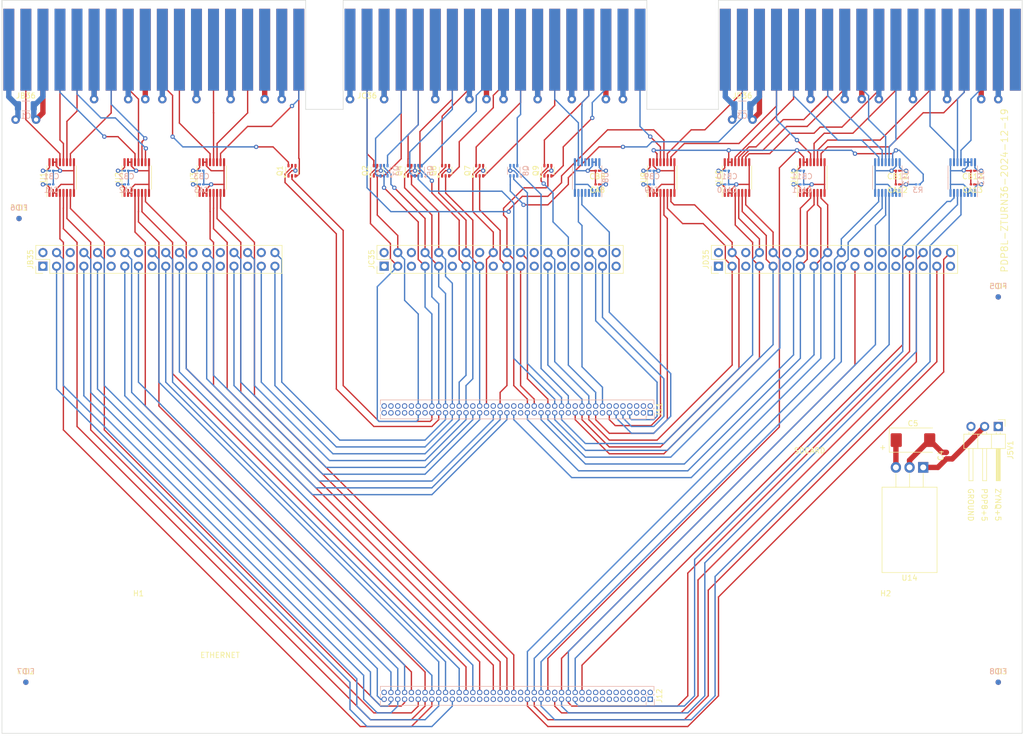
<source format=kicad_pcb>
(kicad_pcb (version 20221018) (generator pcbnew)
  (layers (0 "F.Cu" signal) (1 "In1.Cu" signal) (2 "In2.Cu" signal) (31 "B.Cu" signal) (34 "B.Paste" user) (35 "F.Paste" user) (36 "B.SilkS" user "B.Silkscreen") (37 "F.SilkS" user "F.Silkscreen") (38 "B.Mask" user) (39 "F.Mask" user) (44 "Edge.Cuts" user))
  (net 0 "")
  (net 15 "/oMEMSTART")
  (net 24 "GND")
  (net 25 "+5V")
  (net 26 "/iTHREECYCLE")
  (net 29 "/iDATA_IN")
  (net 30 "/oB_BREAK")
  (net 31 "/iMEMINCR")
  (net 46 "/iMEM07")
  (net 47 "/oBWC_OVERFLOW")
  (net 48 "/MEMBUSA")
  (net 49 "/oBIOP1")
  (net 50 "/MEMBUSH")
  (net 51 "/MEMBUSB")
  (net 52 "/oBIOP2")
  (net 53 "/MEMBUSJ")
  (net 54 "/MEMBUSC")
  (net 55 "/MEMBUSK")
  (net 56 "/oBIOP4")
  (net 57 "/oBTS_3")
  (net 58 "/oBTS_1")
  (net 59 "/MEMBUSD")
  (net 60 "/MEMBUSL")
  (net 61 "/V5ZYNQ")
  (net 62 "/j_DMAADDR_00")
  (net 63 "/j_DMAADDR_01")
  (net 64 "/j_DMAADDR_09")
  (net 65 "/j_DMAADDR_02")
  (net 66 "/j_DMAADDR_10")
  (net 67 "/j_DMAADDR_03")
  (net 68 "/j_DMAADDR_11")
  (net 69 "/j_DMAADDR_04")
  (net 71 "/j_DMAADDR_05")
  (net 72 "/j_DMAADDR_06")
  (net 73 "/jDATA_IN")
  (net 74 "/j_DMAADDR_07")
  (net 75 "/j_DMAADDR_08")
  (net 76 "/jMEMINCR")
  (net 77 "/MEMBUSE")
  (net 78 "/MEMBUSM")
  (net 79 "/MEMBUSF")
  (net 80 "/MEMBUSN")
  (net 81 "/x_MEM")
  (net 82 "/_rMA")
  (net 84 "/iBEMA")
  (net 85 "/i_EMA")
  (net 86 "/i_STROBE")
  (net 87 "/i_MEMDONE")
  (net 88 "/DMABUSA")
  (net 89 "/DMABUSH")
  (net 90 "/DMABUSB")
  (net 91 "/DMABUSJ")
  (net 92 "/DMABUSC")
  (net 93 "/DMABUSK")
  (net 94 "/DMABUSD")
  (net 95 "/pB_BREAK")
  (net 96 "/j_BRK_RQST")
  (net 97 "/p_BUSINIT")
  (net 98 "/DMABUSL")
  (net 99 "/DMABUSE")
  (net 100 "/DMABUSM")
  (net 101 "/DMABUSF")
  (net 102 "/DMABUSN")
  (net 103 "/x_DMADATA")
  (net 104 "/iCA_INCREMENT")
  (net 105 "/i_EXTDMAADD_12")
  (net 108 "/oD35B2")
  (net 110 "/pBAC_00")
  (net 111 "/pBAC_01")
  (net 112 "/pBAC_09")
  (net 113 "/pBAC_02")
  (net 114 "/pBAC_10")
  (net 115 "/pBAC_03")
  (net 116 "/pBAC_11")
  (net 117 "/pBAC_04")
  (net 118 "/pBIOP1")
  (net 119 "/pBAC_05")
  (net 120 "/pBAC_06")
  (net 121 "/pBIOP2")
  (net 122 "/pBAC_07")
  (net 123 "/pBIOP4")
  (net 124 "/pBAC_08")
  (net 125 "/pBTS_3")
  (net 126 "/pBTS_1")
  (net 128 "/p_ADDR_ACCEPT")
  (net 129 "/PIOBUSA")
  (net 130 "/PIOBUSH")
  (net 131 "/PIOBUSB")
  (net 132 "/PIOBUSJ")
  (net 133 "/PIOBUSC")
  (net 134 "/PIOBUSK")
  (net 135 "/PIOBUSD")
  (net 136 "/PIOBUSL")
  (net 137 "/PIOBUSE")
  (net 138 "/PIOBUSM")
  (net 139 "/PIOBUSF")
  (net 140 "/PIOBUSN")
  (net 141 "/_xINPUTBUS")
  (net 143 "/i_EXTDMAADD_13")
  (net 144 "/i_EXTDMAADD_14")
  (net 145 "/_rBMB")
  (net 146 "/i_IO_SKIP")
  (net 147 "/i_INT_RQST")
  (net 148 "/i_AC_CLEAR")
  (net 149 "/i_EA")
  (net 150 "/o_B_RUN")
  (net 151 "/oBTP2")
  (net 153 "/p_DF_ENABLE")
  (net 155 "/p_SP_CYC_NEXT")
  (net 156 "/pE_SET_F_SET")
  (net 157 "/p_BF_ENABLE")
  (net 158 "/pJMP_JMS")
  (net 159 "/pBTP3")
  (net 160 "/p_KEY_LOAD")
  (net 161 "/p_KEY_CLEAR")
  (net 163 "/j_INT_INHIBIT")
  (net 164 "/p_LOAD_SF")
  (net 166 "/p_KEY_IF")
  (net 168 "/p_KEY_DF")
  (net 171 "/pLINE_LOW")
  (net 172 "/o_DF_ENABLE")
  (net 173 "/o_SP_CYC_NEXT")
  (net 174 "/o_BF_ENABLE")
  (net 175 "/oBTP3")
  (net 176 "/oE_SET_F_SET")
  (net 177 "/o_KEY_CLEAR")
  (net 178 "/i_INT_INHIBIT")
  (net 179 "/o_LOAD_SF")
  (net 180 "/o_KEY_IF")
  (net 181 "/o_KEY_DF")
  (net 182 "/oLINE_LOW")
  (net 183 "/o_KEY_LOAD")
  (net 184 "/oJMP_JMS")
  (net 185 "/x_DMAADDR")
  (net 186 "/i_BRK_RQST")
  (net 187 "/o_ADDR_ACCEPT")
  (net 188 "/o_BUSINIT")
  (net 189 "/r_BAC")
  (net 190 "+3V3")
  (net 191 "/jD36B2")
  (net 192 "/iD36B2")
  (net 193 "/pC36B2")
  (net 194 "/oC36B2")
  (net 195 "/jB36V1")
  (net 196 "/iB36V1")
  (footprint "Package_TO_SOT_SMD:SOT-363_SC-70-6" (layer "F.Cu") (at 82.565 31.7525 90)
    (fp_text reference "Q6")
    (fp_text value "SSM6N15AFU")
  )
  (footprint "Capacitor_SMD:C_0201_0603Metric" (layer "F.Cu") (at 180.6575 34.29 180)
    (fp_text reference "CA13")
    (fp_text value "0.1u")
  )
  (footprint "Capacitor_SMD:C_0201_0603Metric" (layer "F.Cu") (at 110.8075 34.29 180)
    (fp_text reference "CA8")
    (fp_text value "0.1u")
  )
  (footprint "MountingHole:MountingHole_6mm" (layer "F.Cu") (at 164.465 117.475)
    (fp_text reference "H2")
    (fp_text value "MountingHole")
  )
  (footprint "footprints:2x18-edge" (layer "F.Cu") (at 118.745 9.2075)
    (fp_text reference "JC36")
    (fp_text value "2x18edgecon")
  )
  (footprint "Fiducial:Fiducial_1mm_Mask2mm" (layer "F.Cu") (at 185.42 55.245)
    (fp_text reference "FID4")
    (fp_text value "Fiducial")
  )
  (footprint "footprints:2x18-edge" (layer "F.Cu") (at 55.245 9.2075)
    (fp_text reference "JB36")
    (fp_text value "2x18edgecon")
  )
  (footprint "Fiducial:Fiducial_1mm_Mask2mm" (layer "F.Cu") (at 4.445 127)
    (fp_text reference "FID2")
    (fp_text value "Fiducial")
  )
  (footprint "Connector_PinHeader_2.54mm:PinHeader_2x18_P2.54mm_Vertical" (layer "F.Cu") (at 71.12 49.53 90)
    (fp_text reference "JC35")
    (fp_text value "Conn_02x18_Odd_Even")
  )
  (footprint "Package_TO_SOT_SMD:SOT-363_SC-70-6" (layer "F.Cu") (at 76.215 31.7525 90)
    (fp_text reference "Q4")
    (fp_text value "SSM6N15AFU")
  )
  (footprint "Capacitor_SMD:C_0201_0603Metric" (layer "F.Cu") (at 180.6575 31.75 180)
    (fp_text reference "CB13")
    (fp_text value "0.1u")
  )
  (footprint "Capacitor_SMD:C_0201_0603Metric" (layer "F.Cu") (at 110.8075 31.75 180)
    (fp_text reference "CB8")
    (fp_text value "0.1u")
  )
  (footprint "Connector_PinHeader_2.54mm:PinHeader_2x18_P2.54mm_Vertical" (layer "F.Cu") (at 133.35 49.53 90)
    (fp_text reference "JD35")
    (fp_text value "Conn_02x18_Odd_Even")
  )
  (footprint "Package_TO_SOT_SMD:SOT-363_SC-70-6" (layer "F.Cu") (at 69.85 31.75 90)
    (fp_text reference "Q2")
    (fp_text value "SSM6N15AFU")
  )
  (footprint "Package_TO_SOT_SMD:SOT-363_SC-70-6" (layer "F.Cu") (at 53.975 31.75 90)
    (fp_text reference "Q1")
    (fp_text value "SSM6N15AFU")
  )
  (footprint "Capacitor_SMD:C_0201_0603Metric" (layer "F.Cu") (at 175.768 84.8 90)
    (fp_text reference "C4")
    (fp_text value "0.47u")
  )
  (footprint "Connector_PinHeader_2.54mm:PinHeader_2x18_P2.54mm_Vertical" (layer "F.Cu") (at 7.62 49.53 90)
    (fp_text reference "JB35")
    (fp_text value "Conn_02x18_Odd_Even")
  )
  (footprint "Fiducial:Fiducial_1mm_Mask2mm" (layer "F.Cu") (at 3.175 40.64)
    (fp_text reference "FID1")
    (fp_text value "Fiducial")
  )
  (footprint "Package_TO_SOT_SMD:SOT-363_SC-70-6" (layer "F.Cu") (at 88.9 31.75 90)
    (fp_text reference "Q7")
    (fp_text value "SSM6N15AFU")
  )
  (footprint "Package_SO:TSSOP-16_4.4x5mm_P0.65mm" (layer "F.Cu") (at 25.0825 33.02 90)
    (fp_text reference "U2")
    (fp_text value "74AXP4T245")
  )
  (footprint "Package_SO:TSSOP-16_4.4x5mm_P0.65mm" (layer "F.Cu") (at 122.8725 33.02 90)
    (fp_text reference "U9")
    (fp_text value "74AXP4T245")
  )
  (footprint "MountingHole:MountingHole_6mm" (layer "F.Cu") (at 25.4 117.475)
    (fp_text reference "H1")
    (fp_text value "MountingHole")
  )
  (footprint "footprints:2x18-edge" (layer "F.Cu") (at 188.595 9.2075)
    (fp_text reference "JD36")
    (fp_text value "2x18edgecon")
  )
  (footprint "Package_TO_SOT_THT:TO-220-3_Horizontal_TabDown" (layer "F.Cu") (at 171.45 86.995 180)
    (fp_text reference "U14")
    (fp_text value "LM3940_TO220")
  )
  (footprint "Capacitor_Tantalum_SMD:CP_EIA-7343-31_Kemet-D" (layer "F.Cu") (at 169.545 81.915)
    (fp_text reference "C5")
    (fp_text value "33u")
  )
  (footprint "Package_SO:TSSOP-16_4.4x5mm_P0.65mm" (layer "F.Cu") (at 150.8125 33.02 90)
    (fp_text reference "U11")
    (fp_text value "74AXP4T245")
  )
  (footprint "Package_SO:TSSOP-16_4.4x5mm_P0.65mm" (layer "F.Cu") (at 39.0525 33.02 90)
    (fp_text reference "U3")
    (fp_text value "74AXP4T245")
  )
  (footprint "Capacitor_SMD:C_0201_0603Metric" (layer "F.Cu") (at 166.6875 34.29 180)
    (fp_text reference "CA12")
    (fp_text value "0.1u")
  )
  (footprint "Connector_PinHeader_2.54mm:PinHeader_1x03_P2.54mm_Horizontal" (layer "F.Cu") (at 185.42 79.375 -90)
    (fp_text reference "J5V1")
    (fp_text value "Conn_01x03")
  )
  (footprint "Package_TO_SOT_SMD:SOT-363_SC-70-6" (layer "F.Cu") (at 101.6 31.75 90)
    (fp_text reference "Q9")
    (fp_text value "SSM6N15AFU")
  )
  (footprint "Package_SO:TSSOP-16_4.4x5mm_P0.65mm" (layer "F.Cu") (at 136.7917 33.02 90)
    (fp_text reference "U10")
    (fp_text value "74AXP4T245")
  )
  (footprint "Capacitor_SMD:C_0201_0603Metric" (layer "F.Cu") (at 166.6875 31.75 180)
    (fp_text reference "CB12")
    (fp_text value "0.1u")
  )
  (footprint "Fiducial:Fiducial_1mm_Mask2mm" (layer "F.Cu") (at 185.42 127)
    (fp_text reference "FID3")
    (fp_text value "Fiducial")
  )
  (footprint "Package_SO:TSSOP-16_4.4x5mm_P0.65mm" (layer "F.Cu") (at 11.1125 33.02 90)
    (fp_text reference "U1")
    (fp_text value "74AXP4T245")
  )
  (footprint "Fiducial:Fiducial_1mm_Mask2mm" (layer "B.Cu") (at 185.42 127 180)
    (fp_text reference "FID8")
    (fp_text value "Fiducial")
  )
  (footprint "Capacitor_SMD:C_0201_0603Metric" (layer "B.Cu") (at 9.2075 31.75)
    (fp_text reference "CB1")
    (fp_text value "0.1u")
  )
  (footprint "Capacitor_SMD:C_0201_0603Metric" (layer "B.Cu") (at 9.2075 34.29)
    (fp_text reference "CA1")
    (fp_text value "0.1u")
  )
  (footprint "Fiducial:Fiducial_1mm_Mask2mm" (layer "B.Cu") (at 4.445 127 180)
    (fp_text reference "FID7")
    (fp_text value "Fiducial")
  )
  (footprint "Fiducial:Fiducial_1mm_Mask2mm" (layer "B.Cu") (at 3.175 40.64 180)
    (fp_text reference "FID6")
    (fp_text value "Fiducial")
  )
  (footprint "Capacitor_SMD:C_0201_0603Metric" (layer "B.Cu") (at 120.9675 34.29)
    (fp_text reference "CA9")
    (fp_text value "0.1u")
  )
  (footprint "Package_SO:TSSOP-16_4.4x5mm_P0.65mm" (layer "B.Cu") (at 178.805 33.02 90)
    (fp_text reference "U13")
    (fp_text value "74AXP4T245")
  )
  (footprint "Capacitor_SMD:C_1206_3216Metric" (layer "B.Cu") (at 137.795 19.685)
    (fp_text reference "C3")
    (fp_text value "10u")
  )
  (footprint "Resistor_SMD:R_0201_0603Metric" (layer "B.Cu") (at 170.47 34.29)
    (fp_text reference "R3")
    (fp_text value "10K")
  )
  (footprint "Package_TO_SOT_SMD:SOT-363_SC-70-6" (layer "B.Cu") (at 95.25 31.75 90)
    (fp_text reference "Q8")
    (fp_text value "SSM6N15AFU")
  )
  (footprint "Package_SO:TSSOP-16_4.4x5mm_P0.65mm" (layer "B.Cu") (at 108.9025 33.02 90)
    (fp_text reference "U8")
    (fp_text value "74AXP4T245")
  )
  (footprint "Capacitor_SMD:C_0201_0603Metric" (layer "B.Cu") (at 148.9075 34.29)
    (fp_text reference "CA11")
    (fp_text value "0.1u")
  )
  (footprint "Capacitor_SMD:C_0201_0603Metric" (layer "B.Cu") (at 148.9075 31.75)
    (fp_text reference "CB11")
    (fp_text value "0.1u")
  )
  (footprint "Fiducial:Fiducial_1mm_Mask2mm" (layer "B.Cu") (at 185.42 55.245 180)
    (fp_text reference "FID5")
    (fp_text value "Fiducial")
  )
  (footprint "Capacitor_SMD:C_0201_0603Metric" (layer "B.Cu") (at 37.1475 34.29)
    (fp_text reference "CA3")
    (fp_text value "0.1u")
  )
  (footprint "Capacitor_SMD:C_0201_0603Metric" (layer "B.Cu") (at 134.9375 31.75)
    (fp_text reference "CB10")
    (fp_text value "0.1u")
  )
  (footprint "Capacitor_SMD:C_0201_0603Metric" (layer "B.Cu") (at 134.9375 34.29)
    (fp_text reference "CA10")
    (fp_text value "0.1u")
  )
  (footprint "Capacitor_SMD:C_0201_0603Metric" (layer "B.Cu") (at 120.9675 31.75)
    (fp_text reference "CB9")
    (fp_text value "0.1u")
  )
  (footprint "Capacitor_SMD:C_0201_0603Metric" (layer "B.Cu") (at 37.1475 31.75)
    (fp_text reference "CB3")
    (fp_text value "0.1u")
  )
  (footprint "Package_TO_SOT_SMD:SOT-363_SC-70-6" (layer "B.Cu") (at 77.47 31.75 90)
    (fp_text reference "Q5")
    (fp_text value "SSM6N15AFU")
  )
  (footprint "Capacitor_SMD:C_1206_3216Metric" (layer "B.Cu") (at 4.445 19.685)
    (fp_text reference "C1")
    (fp_text value "10u")
  )
  (footprint "Connector_PinHeader_1.27mm:PinHeader_2x40_P1.27mm_Vertical" (layer "B.Cu") (at 120.65 76.835 90)
    (fp_text reference "J11")
    (fp_text value "Conn_02x40_Odd_Even")
  )
  (footprint "Capacitor_SMD:C_0201_0603Metric" (layer "B.Cu") (at 23.1775 31.75)
    (fp_text reference "CB2")
    (fp_text value "0.1u")
  )
  (footprint "Package_SO:TSSOP-16_4.4x5mm_P0.65mm" (layer "B.Cu") (at 164.7825 33.02 90)
    (fp_text reference "U12")
    (fp_text value "74AXP4T245")
  )
  (footprint "Capacitor_SMD:C_0201_0603Metric" (layer "B.Cu") (at 23.1775 34.29)
    (fp_text reference "CA2")
    (fp_text value "0.1u")
  )
  (footprint "Package_TO_SOT_SMD:SOT-363_SC-70-6" (layer "B.Cu") (at 71.105 31.7475 90)
    (fp_text reference "Q3")
    (fp_text value "SSM6N15AFU")
  )
  (footprint "Connector_PinHeader_1.27mm:PinHeader_2x40_P1.27mm_Vertical" (layer "B.Cu") (at 120.65 130.175 90)
    (fp_text reference "J12")
    (fp_text value "Conn_02x40_Odd_Even")
  )
  (gr_line (start 56.515 20.32) (end 63.5 20.32) (stroke (width 0.1)) (layer "Edge.Cuts"))
  (gr_line (start 56.515 0) (end 0 0) (stroke (width 0.1)) (layer "Edge.Cuts"))
  (gr_line (start 0 0) (end 56.515 0) (stroke (width 0.1)) (layer "Edge.Cuts"))
  (gr_line (start 133.35 0) (end 133.35 20.32) (stroke (width 0.1)) (layer "Edge.Cuts"))
  (gr_line (start 63.5 20.32) (end 63.5 0) (stroke (width 0.1)) (layer "Edge.Cuts"))
  (gr_line (start 0 1.27) (end 0 0) (stroke (width 0.1)) (layer "Edge.Cuts"))
  (gr_line (start 120.015 20.32) (end 133.35 20.32) (stroke (width 0.1)) (layer "Edge.Cuts"))
  (gr_line (start 133.35 0) (end 189.865 0) (stroke (width 0.1)) (layer "Edge.Cuts"))
  (gr_line (start 56.515 0) (end 56.515 20.32) (stroke (width 0.1)) (layer "Edge.Cuts"))
  (gr_line (start 63.5 0) (end 120.015 0) (stroke (width 0.1)) (layer "Edge.Cuts"))
  (gr_line (start 189.865 0) (end 189.865 136.525) (stroke (width 0.1)) (layer "Edge.Cuts"))
  (gr_line (start 120.015 0) (end 120.015 20.32) (stroke (width 0.1)) (layer "Edge.Cuts"))
  (gr_line (start 0 136.525) (end 0 0) (stroke (width 0.1)) (layer "Edge.Cuts"))
  (gr_line (start 189.865 136.525) (end 0 136.525) (stroke (width 0.1)) (layer "Edge.Cuts"))
  (gr_text "GROUND" (at 179.705 90.805 270) (layer "F.SilkS") (effects (font (size 1 1)) (justify left bottom)))
  (gr_text "ZYNQ+5" (at 184.785 90.805 -90) (layer "F.SilkS") (effects (font (size 1 1)) (justify left bottom)))
  (gr_text "+" (at 163.195 83.82) (layer "F.SilkS") (effects (font (size 1 1)) (justify left bottom)))
  (gr_text "SDCARD" (at 147.32 84.455) (layer "F.SilkS") (effects (font (size 1 1)) (justify left bottom)))
  (gr_text "PDP8L-ZTURN36-2024-12-19" (at 187.325 50.8 90) (layer "F.SilkS") (effects (font (size 1.27 1.27)) (justify left bottom)))
  (gr_text "ETHERNET" (at 36.83 122.555) (layer "F.SilkS") (effects (font (size 1 1)) (justify left bottom)))
  (gr_text "PDP8+5" (at 182.245 90.805 270) (layer "F.SilkS") (effects (font (size 1 1)) (justify left bottom)))
  (segment (start 85.09 76.835) (end 85.09 78.105) (width 0.25) (layer "B.Cu") (net 15))
  (segment (start 48.26 71.12) (end 48.26 49.53) (width 0.25) (layer "B.Cu") (net 15))
  (segment (start 78.74 84.455) (end 61.595 84.455) (width 0.25) (layer "B.Cu") (net 15))
  (segment (start 85.09 78.105) (end 78.74 84.455) (width 0.25) (layer "B.Cu") (net 15))
  (segment (start 61.595 84.455) (end 48.26 71.12) (width 0.25) (layer "B.Cu") (net 15))
  (segment (start 13.3875 31.75) (end 10.992501 31.75) (width 0.25) (layer "F.Cu") (net 24))
  (segment (start 180.365 31.75) (end 179.07 31.75) (width 0.25) (layer "F.Cu") (net 24))
  (segment (start 122.148688 31.75) (end 121.2475 30.848812) (width 0.25) (layer "F.Cu") (net 24))
  (segment (start 169.545 12.7) (end 169.545 18.415) (width 1) (layer "F.Cu") (net 24))
  (segment (start 54.61 31.72) (end 53.962501 31.72) (width 0.25) (layer "F.Cu") (net 24))
  (segment (start 110.46 31.75) (end 109.022499 31.75) (width 0.25) (layer "F.Cu") (net 24))
  (segment (start 41.3275 31.75) (end 41.3275 34.29) (width 0.25) (layer "F.Cu") (net 24))
  (segment (start 38.0775 30.1575) (end 37.4275 30.1575) (width 0.25) (layer "F.Cu") (net 24))
  (segment (start 76.205001 31.7375) (end 75.565 32.377501) (width 0.25) (layer "F.Cu") (net 24))
  (segment (start 27.3575 31.75) (end 27.3575 30.1575) (width 0.25) (layer "F.Cu") (net 24))
  (segment (start 70.5 30.8) (end 70.5 31.735) (width 0.25) (layer "F.Cu") (net 24))
  (segment (start 36.195 12.7) (end 36.195 18.415) (width 1) (layer "F.Cu") (net 24))
  (segment (start 121.8975 35.145001) (end 121.8975 35.8825) (width 0.25) (layer "F.Cu") (net 24))
  (segment (start 27.3575 35.8825) (end 27.3575 34.29) (width 0.25) (layer "F.Cu") (net 24))
  (segment (start 153.0875 34.29) (end 150.692501 34.29) (width 0.25) (layer "F.Cu") (net 24))
  (segment (start 38.0775 35.8825) (end 37.4275 35.8825) (width 0.25) (layer "F.Cu") (net 24))
  (segment (start 54.61 30.7975) (end 54.61 31.72) (width 0.25) (layer "F.Cu") (net 24))
  (segment (start 24.1075 34.9475) (end 24.765 34.29) (width 0.25) (layer "F.Cu") (net 24))
  (segment (start 13.3875 34.29) (end 13.3875 31.75) (width 0.25) (layer "F.Cu") (net 24))
  (segment (start 121.2475 30.848812) (end 121.2475 30.1575) (width 0.25) (layer "F.Cu") (net 24))
  (segment (start 81.915 32.377501) (end 81.915 32.7025) (width 0.25) (layer "F.Cu") (net 24))
  (segment (start 80.645 12.7) (end 80.645 18.415) (width 1) (layer "F.Cu") (net 24))
  (segment (start 70.5 31.735) (end 69.840001 31.735) (width 0.25) (layer "F.Cu") (net 24))
  (segment (start 99.695 12.7) (end 99.695 18.415) (width 1) (layer "F.Cu") (net 24))
  (segment (start 166.34 34.29) (end 166.34 31.805) (width 0.25) (layer "F.Cu") (net 24))
  (segment (start 10.795 31.75) (end 10.795 31.552499) (width 0.25) (layer "F.Cu") (net 24))
  (segment (start 76.865 31.7375) (end 76.205001 31.7375) (width 0.25) (layer "F.Cu") (net 24))
  (segment (start 10.992501 31.75) (end 10.795 31.75) (width 0.25) (layer "F.Cu") (net 24))
  (segment (start 125.1475 31.75) (end 125.1475 34.29) (width 0.25) (layer "F.Cu") (net 24))
  (segment (start 125.1475 34.29) (end 122.752501 34.29) (width 0.25) (layer "F.Cu") (net 24))
  (segment (start 136.670001 34.29) (end 135.815 35.145001) (width 0.25) (layer "F.Cu") (net 24))
  (segment (start 139.065 34.29) (end 136.670001 34.29) (width 0.25) (layer "F.Cu") (net 24))
  (segment (start 106.045 12.7) (end 106.045 18.415) (width 1) (layer "F.Cu") (net 24))
  (segment (start 122.752501 34.29) (end 121.8975 35.145001) (width 0.25) (layer "F.Cu") (net 24))
  (segment (start 38.932501 34.29) (end 38.0775 35.145001) (width 0.25) (layer "F.Cu") (net 24))
  (segment (start 172.6575 81.915) (end 174.9325 84.19) (width 1) (layer "F.Cu") (net 24))
  (segment (start 160.02 12.7) (end 160.02 18.415) (width 1) (layer "F.Cu") (net 24))
  (segment (start 17.145 12.7) (end 17.145 18.415) (width 1) (layer "F.Cu") (net 24))
  (segment (start 24.1075 35.8825) (end 24.1075 34.9475) (width 0.25) (layer "F.Cu") (net 24))
  (segment (start 150.692501 34.29) (end 149.8375 35.145001) (width 0.25) (layer "F.Cu") (net 24))
  (segment (start 10.1375 35.8825) (end 9.4875 35.8825) (width 0.25) (layer "F.Cu") (net 24))
  (segment (start 10.992501 34.29) (end 10.1375 35.145001) (width 0.25) (layer "F.Cu") (net 24))
  (segment (start 7.62 20.955) (end 6.35 22.225) (width 1) (layer "F.Cu") (net 24))
  (segment (start 10.1375 30.894999) (end 10.1375 30.1575) (width 0.25) (layer "F.Cu") (net 24))
  (segment (start 83.215 30.8025) (end 83.215 31.7375) (width 0.25) (layer "F.Cu") (net 24))
  (segment (start 23.4575 35.8825) (end 24.1075 35.8825) (width 0.25) (layer "F.Cu") (net 24))
  (segment (start 166.395 31.75) (end 165.552499 31.75) (width 0.25) (layer "F.Cu") (net 24))
  (segment (start 139.065 34.29) (end 139.065 35.8825) (width 0.25) (layer "F.Cu") (net 24))
  (segment (start 168.91 86.995) (end 168.91 85.6625) (width 1) (layer "F.Cu") (net 24))
  (segment (start 27.3575 34.29) (end 27.3575 31.75) (width 0.25) (layer "F.Cu") (net 24))
  (segment (start 7.62 12.7) (end 7.62 20.955) (width 1) (layer "F.Cu") (net 24))
  (segment (start 102.25 31.735) (end 101.590001 31.735) (width 0.25) (layer "F.Cu") (net 24))
  (segment (start 110.46 34.29) (end 110.46 31.75) (width 0.25) (layer "F.Cu") (net 24))
  (segment (start 122.148688 31.75) (end 125.1475 31.75) (width 0.25) (layer "F.Cu") (net 24))
  (segment (start 38.932501 31.75) (end 38.0775 30.894999) (width 0.25) (layer "F.Cu") (net 24))
  (segment (start 27.3575 31.75) (end 24.962501 31.75) (width 0.25) (layer "F.Cu") (net 24))
  (segment (start 24.962501 31.75) (end 24.1075 30.894999) (width 0.25) (layer "F.Cu") (net 24))
  (segment (start 24.1075 30.1575) (end 23.4575 30.1575) (width 0.25) (layer "F.Cu") (net 24))
  (segment (start 24.765 34.29) (end 27.3575 34.29) (width 0.25) (layer "F.Cu") (net 24))
  (segment (start 153.0875 34.29) (end 153.0875 35.8825) (width 0.25) (layer "F.Cu") (net 24))
  (segment (start 90.17 12.7) (end 90.17 18.415) (width 1) (layer "F.Cu") (net 24))
  (segment (start 69.840001 31.735) (end 69.2 32.375001) (width 0.25) (layer "F.Cu") (net 24))
  (segment (start 102.25 30.8) (end 102.25 31.735) (width 0.25) (layer "F.Cu") (net 24))
  (segment (start 149.8375 35.145001) (end 149.8375 35.8825) (width 0.25) (layer "F.Cu") (net 24))
  (segment (start 53.31 32.372501) (end 53.31 32.6975) (width 0.25) (layer "F.Cu") (net 24))
  (segment (start 41.3275 34.29) (end 38.932501 34.29) (width 0.25) (layer "F.Cu") (net 24))
  (segment (start 88.890001 31.735) (end 88.25 32.375001) (width 0.25) (layer "F.Cu") (net 24))
  (segment (start 168.91 85.6625) (end 172.6575 81.915) (width 1) (layer "F.Cu") (net 24))
  (segment (start 10.1375 35.145001) (end 10.1375 35.8825) (width 0.25) (layer "F.Cu") (net 24))
  (segment (start 75.565 32.377501) (end 75.565 32.7025) (width 0.25) (layer "F.Cu") (net 24))
  (segment (start 13.3875 34.29) (end 10.992501 34.29) (width 0.25) (layer "F.Cu") (net 24))
  (segment (start 82.555001 31.7375) (end 81.915 32.377501) (width 0.25) (layer "F.Cu") (net 24))
  (segment (start 174.9325 84.19) (end 175.768 84.19) (width 1) (layer "F.Cu") (net 24))
  (segment (start 71.12 18.415) (end 71.12 12.7) (width 1) (layer "F.Cu") (net 24))
  (segment (start 121.8975 35.8825) (end 121.2475 35.8825) (width 0.25) (layer "F.Cu") (net 24))
  (segment (start 175.895 12.7) (end 175.895 18.415) (width 1) (layer "F.Cu") (net 24))
  (segment (start 135.815 35.145001) (end 135.815 35.8825) (width 0.25) (layer "F.Cu") (net 24))
  (segment (start 38.0775 35.145001) (end 38.0775 35.8825) (width 0.25) (layer "F.Cu") (net 24))
  (segment (start 180.31 34.29) (end 180.31 31.805) (width 0.25) (layer "F.Cu") (net 24))
  (segment (start 88.25 32.375001) (end 88.25 32.7) (width 0.25) (layer "F.Cu") (net 24))
  (segment (start 89.55 31.735) (end 88.890001 31.735) (width 0.25) (layer "F.Cu") (net 24))
  (segment (start 101.590001 31.735) (end 100.95 32.375001) (width 0.25) (layer "F.Cu") (net 24))
  (segment (start 125.1475 30.1575) (end 125.1475 31.75) (width 0.25) (layer "F.Cu") (net 24))
  (segment (start 150.495 12.7) (end 150.495 18.415) (width 1) (layer "F.Cu") (net 24))
  (segment (start 140.97 12.7) (end 140.97 20.955) (width 1) (layer "F.Cu") (net 24))
  (segment (start 112.395 12.7) (end 112.395 18.415) (width 1) (layer "F.Cu") (net 24))
  (segment (start 41.3275 31.75) (end 38.932501 31.75) (width 0.25) (layer "F.Cu") (net 24))
  (segment (start 182.245 12.7) (end 182.245 18.415) (width 1) (layer "F.Cu") (net 24))
  (segment (start 83.215 31.7375) (end 82.555001 31.7375) (width 0.25) (layer "F.Cu") (net 24))
  (segment (start 76.865 30.8025) (end 76.865 31.7375) (width 0.25) (layer "F.Cu") (net 24))
  (segment (start 38.0775 30.894999) (end 38.0775 30.1575) (width 0.25) (layer "F.Cu") (net 24))
  (segment (start 89.55 30.8) (end 89.55 31.735) (width 0.25) (layer "F.Cu") (net 24))
  (segment (start 179.07 31.75) (end 178.997499 31.677499) (width 0.25) (layer "F.Cu") (net 24))
  (segment (start 13.3875 31.75) (end 13.3875 30.1575) (width 0.25) (layer "F.Cu") (net 24))
  (segment (start 135.815 35.8825) (end 135.165 35.8825) (width 0.25) (layer "F.Cu") (net 24))
  (segment (start 41.3275 34.29) (end 41.3275 35.8825) (width 0.25) (layer "F.Cu") (net 24))
  (segment (start 10.1375 30.1575) (end 9.4875 30.1575) (width 0.25) (layer "F.Cu") (net 24))
  (segment (start 100.95 32.375001) (end 100.95 32.7) (width 0.25) (layer "F.Cu") (net 24))
  (segment (start 140.97 20.955) (end 139.7 22.225) (width 1) (layer "F.Cu") (net 24))
  (segment (start 69.2 32.375001) (end 69.2 32.7) (width 0.25) (layer "F.Cu") (net 24))
  (segment (start 10.795 31.552499) (end 10.1375 30.894999) (width 0.25) (layer "F.Cu") (net 24))
  (segment (start 125.1475 34.29) (end 125.1475 35.8825) (width 0.25) (layer "F.Cu") (net 24))
  (segment (start 48.895 12.7) (end 48.895 18.415) (width 1) (layer "F.Cu") (net 24))
  (segment (start 24.1075 30.894999) (end 24.1075 30.1575) (width 0.25) (layer "F.Cu") (net 24))
  (segment (start 53.962501 31.72) (end 53.31 32.372501) (width 0.25) (layer "F.Cu") (net 24))
  (segment (start 26.67 12.7) (end 26.67 18.415) (width 1) (layer "F.Cu") (net 24))
  (segment (start 42.545 12.7) (end 42.545 18.415) (width 1) (layer "F.Cu") (net 24))
  (segment (start 41.3275 30.1575) (end 41.3275 31.75) (width 0.25) (layer "F.Cu") (net 24))
  (segment (start 139.065 30.1575) (end 139.065 34.29) (width 0.25) (layer "F.Cu") (net 24))
  (segment (start 153.0875 30.1575) (end 153.0875 34.29) (width 0.25) (layer "F.Cu") (net 24))
  (segment (start 149.8375 35.8825) (end 149.1875 35.8825) (width 0.25) (layer "F.Cu") (net 24))
  (segment (start 13.3875 35.8825) (end 13.3875 34.29) (width 0.25) (layer "F.Cu") (net 24))
  (via (at 150.495 18.415) (size 1.6) (drill 0.80508) (layers "F.Cu" "B.Cu") (net 24))
  (via (at 99.695 18.415) (size 1.6) (drill 0.80508) (layers "F.Cu" "B.Cu") (net 24))
  (via (at 112.395 18.415) (size 1.6) (drill 0.80508) (layers "F.Cu" "B.Cu") (net 24))
  (via (at 48.895 18.415) (size 1.6) (drill 0.80508) (layers "F.Cu" "B.Cu") (net 24))
  (via (at 76.865 31.7375) (size 0.8) (drill 0.4) (layers "F.Cu" "B.Cu") (net 24))
  (via (at 6.35 22.225) (size 1.6) (drill 0.80508) (layers "F.Cu" "B.Cu") (net 24))
  (via (at 38.932501 34.29) (size 0.8) (drill 0.4) (layers "F.Cu" "B.Cu") (net 24))
  (via (at 71.12 18.415) (size 1.6) (drill 0.80508) (layers "F.Cu" "B.Cu") (net 24))
  (via (at 106.045 18.415) (size 1.6) (drill 0.80508) (layers "F.Cu" "B.Cu") (net 24))
  (via (at 83.215 31.7375) (size 0.8) (drill 0.4) (layers "F.Cu" "B.Cu") (net 24))
  (via (at 150.692501 34.29) (size 0.8) (drill 0.4) (layers "F.Cu" "B.Cu") (net 24))
  (via (at 178.997499 31.677499) (size 0.8) (drill 0.4) (layers "F.Cu" "B.Cu") (net 24))
  (via (at 102.25 31.735) (size 0.8) (drill 0.4) (layers "F.Cu" "B.Cu") (net 24))
  (via (at 80.645 18.415) (size 1.6) (drill 0.80508) (layers "F.Cu" "B.Cu") (net 24))
  (via (at 185.42 18.415) (size 1.6) (drill 0.80508) (layers "F.Cu" "B.Cu") (net 24))
  (via (at 90.17 18.415) (size 1.6) (drill 0.80508) (layers "F.Cu" "B.Cu") (net 24))
  (via (at 23.495 18.415) (size 1.6) (drill 0.80508) (layers "F.Cu" "B.Cu") (net 24))
  (via (at 115.57 18.415) (size 1.6) (drill 0.80508) (layers "F.Cu" "B.Cu") (net 24))
  (via (at 156.845 18.415) (size 1.6) (drill 0.80508) (layers "F.Cu" "B.Cu") (net 24))
  (via (at 36.195 18.415) (size 1.6) (drill 0.80508) (layers "F.Cu" "B.Cu") (net 24))
  (via (at 165.552499 31.75) (size 0.8) (drill 0.4) (layers "F.Cu" "B.Cu") (net 24))
  (via (at 10.795 31.75) (size 0.8) (drill 0.4) (layers "F.Cu" "B.Cu") (net 24))
  (via (at 24.962501 31.75) (size 0.8) (drill 0.4) (layers "F.Cu" "B.Cu") (net 24))
  (via (at 182.245 18.415) (size 1.6) (drill 0.80508) (layers "F.Cu" "B.Cu") (net 24))
  (via (at 26.67 18.415) (size 1.6) (drill 0.80508) (layers "F.Cu" "B.Cu") (net 24))
  (via (at 70.5 31.735) (size 0.8) (drill 0.4) (layers "F.Cu" "B.Cu") (net 24))
  (via (at 109.022499 31.75) (size 0.8) (drill 0.4) (layers "F.Cu" "B.Cu") (net 24))
  (via (at 54.61 31.72) (size 0.8) (drill 0.4) (layers "F.Cu" "B.Cu") (net 24))
  (via (at 17.145 18.415) (size 1.6) (drill 0.80508) (layers "F.Cu" "B.Cu") (net 24))
  (via (at 93.345 18.415) (size 1.6) (drill 0.80508) (layers "F.Cu" "B.Cu") (net 24))
  (via (at 163.195 18.415) (size 1.6) (drill 0.80508) (layers "F.Cu" "B.Cu") (net 24))
  (via (at 89.55 31.735) (size 0.8) (drill 0.4) (layers "F.Cu" "B.Cu") (net 24))
  (via (at 86.995 18.415) (size 1.6) (drill 0.80508) (layers "F.Cu" "B.Cu") (net 24))
  (via (at 136.670001 34.29) (size 0.8) (drill 0.4) (layers "F.Cu" "B.Cu") (net 24))
  (via (at 52.07 18.415) (size 1.6) (drill 0.80508) (layers "F.Cu" "B.Cu") (net 24))
  (via (at 29.845 18.415) (size 1.6) (drill 0.80508) (layers "F.Cu" "B.Cu") (net 24))
  (via (at 94.6 31.735) (size 0.8) (drill 0.4) (layers "F.Cu" "B.Cu") (net 24))
  (via (at 175.895 18.415) (size 1.6) (drill 0.80508) (layers "F.Cu" "B.Cu") (net 24))
  (via (at 42.545 18.415) (size 1.6) (drill 0.80508) (layers "F.Cu" "B.Cu") (net 24))
  (via (at 169.545 18.415) (size 1.6) (drill 0.80508) (layers "F.Cu" "B.Cu") (net 24))
  (via (at 160.02 18.415) (size 1.6) (drill 0.80508) (layers "F.Cu" "B.Cu") (net 24))
  (via (at 122.148688 31.75) (size 0.8) (drill 0.4) (layers "F.Cu" "B.Cu") (net 24))
  (via (at 139.7 22.225) (size 1.6) (drill 0.80508) (layers "F.Cu" "B.Cu") (net 24))
  (segment (start 156.845 9.2075) (end 156.845 18.415) (width 1) (layer "B.Cu") (net 24))
  (segment (start 109.022499 31.75) (end 109.8775 30.894999) (width 0.25) (layer "B.Cu") (net 24))
  (segment (start 178.924999 31.75) (end 178.997499 31.677499) (width 0.25) (layer "B.Cu") (net 24))
  (segment (start 5.92 19.685) (end 5.92 21.795) (width 1) (layer "B.Cu") (net 24))
  (segment (start 179.13 30.1575) (end 179.78 30.1575) (width 0.25) (layer "B.Cu") (net 24))
  (segment (start 109.8775 30.894999) (end 109.8775 30.1575) (width 0.25) (layer "B.Cu") (net 24))
  (segment (start 178.997499 31.677499) (end 179.78 30.894999) (width 0.25) (layer "B.Cu") (net 24))
  (segment (start 71.12 18.415) (end 71.12 9.2075) (width 1) (layer "B.Cu") (net 24))
  (segment (start 176.53 34.29) (end 176.53 35.8825) (width 0.25) (layer "B.Cu") (net 24))
  (segment (start 52.07 12.7) (end 52.07 18.415) (width 1) (layer "B.Cu") (net 24))
  (segment (start 17.145 12.7) (end 17.145 18.415) (width 1) (layer "B.Cu") (net 24))
  (segment (start 23.525 31.75) (end 23.525 34.29) (width 0.25) (layer "B.Cu") (net 24))
  (segment (start 140.97 17.985) (end 139.27 19.685) (width 1) (layer "B.Cu") (net 24))
  (segment (start 149.2 31.75) (end 149.2 34.235) (width 0.25) (layer "B.Cu") (net 24))
  (segment (start 80.645 12.7) (end 80.645 18.415) (width 1) (layer "B.Cu") (net 24))
  (segment (start 175.895 12.7) (end 175.895 18.415) (width 1) (layer "B.Cu") (net 24))
  (segment (start 95.259999 31.735) (end 95.9 32.375001) (width 0.25) (layer "B.Cu") (net 24))
  (segment (start 109.8775 35.8825) (end 110.5275 35.8825) (width 0.25) (layer "B.Cu") (net 24))
  (segment (start 7.62 17.985) (end 7.62 9.2075) (width 1) (layer "B.Cu") (net 24))
  (segment (start 165.7575 35.191188) (end 165.7575 35.8825) (width 0.25) (layer "B.Cu") (net 24))
  (segment (start 178.924999 34.29) (end 179.78 35.145001) (width 0.25) (layer "B.Cu") (net 24))
  (segment (start 176.53 31.75) (end 176.53 34.29) (width 0.25) (layer "B.Cu") (net 24))
  (segment (start 121.26 31.75) (end 122.148688 31.75) (width 0.25) (layer "B.Cu") (net 24))
  (segment (start 176.53 31.75) (end 178.924999 31.75) (width 0.25) (layer "B.Cu") (net 24))
  (segment (start 106.6275 30.1575) (end 106.6275 31.75) (width 0.25) (layer "B.Cu") (net 24))
  (segment (start 185.42 9.2075) (end 185.42 18.415) (width 1) (layer "B.Cu") (net 24))
  (segment (start 165.7575 35.8825) (end 166.4075 35.8825) (width 0.25) (layer "B.Cu") (net 24))
  (segment (start 36.195 12.7) (end 36.195 18.415) (width 1) (layer "B.Cu") (net 24))
  (segment (start 94.6 31.735) (end 95.259999 31.735) (width 0.25) (layer "B.Cu") (net 24))
  (segment (start 166.4075 30.894999) (end 166.4075 30.1575) (width 0.25) (layer "B.Cu") (net 24))
  (segment (start 106.6275 31.75) (end 106.6275 34.29) (width 0.25) (layer "B.Cu") (net 24))
  (segment (start 106.6275 34.29) (end 106.6275 35.8825) (width 0.25) (layer "B.Cu") (net 24))
  (segment (start 9.555 31.75) (end 9.555 34.235) (width 0.25) (layer "B.Cu") (net 24))
  (segment (start 150.495 12.7) (end 150.495 18.415) (width 1) (layer "B.Cu") (net 24))
  (segment (start 71.117499 31.735) (end 71.755 32.372501) (width 0.25) (layer "B.Cu") (net 24))
  (segment (start 70.455 30.7975) (end 70.455 31.69) (width 0.25) (layer "B.Cu") (net 24))
  (segment (start 42.545 12.7) (end 42.545 18.415) (width 1) (layer "B.Cu") (net 24))
  (segment (start 109.022499 34.29) (end 109.8775 35.145001) (width 0.25) (layer "B.Cu") (net 24))
  (segment (start 106.6275 34.29) (end 109.022499 34.29) (width 0.25) (layer "B.Cu") (net 24))
  (segment (start 179.78 30.894999) (end 179.78 30.1575) (width 0.25) (layer "B.Cu") (net 24))
  (segment (start 5.92 21.795) (end 6.35 22.225) (width 1) (layer "B.Cu") (net 24))
  (segment (start 76.82 31.6925) (end 76.865 31.7375) (width 0.25) (layer "B.Cu") (net 24))
  (segment (start 76.82 30.8) (end 76.82 31.6925) (width 0.25) (layer "B.Cu") (net 24))
  (segment (start 37.495 34.29) (end 38.932501 34.29) (width 0.25) (layer "B.Cu") (net 24))
  (segment (start 149.255 34.29) (end 150.692501 34.29) (width 0.25) (layer "B.Cu") (net 24))
  (segment (start 162.5075 31.75) (end 165.552499 31.75) (width 0.25) (layer "B.Cu") (net 24))
  (segment (start 139.27 21.795) (end 139.7 22.225) (width 1) (layer "B.Cu") (net 24))
  (segment (start 23.495 12.7) (end 23.495 18.415) (width 1) (layer "B.Cu") (net 24))
  (segment (start 71.755 32.372501) (end 71.755 32.6975) (width 0.25) (layer "B.Cu") (net 24))
  (segment (start 162.5075 34.29) (end 162.5075 35.8825) (width 0.25) (layer "B.Cu") (net 24))
  (segment (start 139.27 19.685) (end 139.27 21.795) (width 1) (layer "B.Cu") (net 24))
  (segment (start 135.285 34.29) (end 136.670001 34.29) (width 0.25) (layer "B.Cu") (net 24))
  (segment (start 5.92 19.685) (end 7.62 17.985) (width 1) (layer "B.Cu") (net 24))
  (segment (start 24.962501 31.75) (end 23.525 31.75) (width 0.25) (layer "B.Cu") (net 24))
  (segment (start 70.455 31.69) (end 70.5 31.735) (width 0.25) (layer "B.Cu") (net 24))
  (segment (start 95.9 32.375001) (end 95.9 32.7) (width 0.25) (layer "B.Cu") (net 24))
  (segment (start 70.5 31.735) (end 71.117499 31.735) (width 0.25) (layer "B.Cu") (net 24))
  (segment (start 99.695 12.7) (end 99.695 18.415) (width 1) (layer "B.Cu") (net 24))
  (segment (start 78.12 32.375001) (end 78.12 32.7) (width 0.25) (layer "B.Cu") (net 24))
  (segment (start 10.795 31.75) (end 9.555 31.75) (width 0.25) (layer "B.Cu") (net 24))
  (segment (start 163.195 9.2075) (end 163.195 18.415) (width 1) (layer "B.Cu") (net 24))
  (segment (start 176.53 34.29) (end 178.924999 34.29) (width 0.25) (layer "B.Cu") (net 24))
  (segment (start 29.845 12.7) (end 29.845 18.415) (width 1) (layer "B.Cu") (net 24))
  (segment (start 106.6275 31.75) (end 109.022499 31.75) (width 0.25) (layer "B.Cu") (net 24))
  (segment (start 179.78 35.8825) (end 180.43 35.8825) (width 0.25) (layer "B.Cu") (net 24))
  (segment (start 109.8775 35.145001) (end 109.8775 35.8825) (width 0.25) (layer "B.Cu") (net 24))
  (segment (start 162.5075 30.1575) (end 162.5075 31.75) (width 0.25) (layer "B.Cu") (net 24))
  (segment (start 76.865 31.7375) (end 77.482499 31.7375) (width 0.25) (layer "B.Cu") (net 24))
  (segment (start 179.78 30.1575) (end 180.43 30.1575) (width 0.25) (layer "B.Cu") (net 24))
  (segment (start 93.345 12.7) (end 93.345 18.415) (width 1) (layer "B.Cu") (net 24))
  (segment (start 115.57 12.7) (end 115.57 18.415) (width 1) (layer "B.Cu") (net 24))
  (segment (start 106.045 12.7) (end 106.045 18.415) (width 1) (layer "B.Cu") (net 24))
  (segment (start 77.482499 31.7375) (end 78.12 32.375001) (width 0.25) (layer "B.Cu") (net 24))
  (segment (start 121.315 34.29) (end 121.315 31.805) (width 0.25) (layer "B.Cu") (net 24))
  (segment (start 37.555 34.23) (end 37.555 31.81) (width 0.25) (layer "B.Cu") (net 24))
  (segment (start 179.78 35.145001) (end 179.78 35.8825) (width 0.25) (layer "B.Cu") (net 24))
  (segment (start 94.6 30.8) (end 94.6 31.735) (width 0.25) (layer "B.Cu") (net 24))
  (segment (start 135.23 31.75) (end 135.23 34.235) (width 0.25) (layer "B.Cu") (net 24))
  (segment (start 169.545 12.7) (end 169.545 18.415) (width 1) (layer "B.Cu") (net 24))
  (segment (start 164.856312 34.29) (end 165.7575 35.191188) (width 0.25) (layer "B.Cu") (net 24))
  (segment (start 86.995 12.7) (end 86.995 18.415) (width 1) (layer "B.Cu") (net 24))
  (segment (start 162.5075 31.75) (end 162.5075 34.29) (width 0.25) (layer "B.Cu") (net 24))
  (segment (start 109.8775 30.1575) (end 110.5275 30.1575) (width 0.25) (layer "B.Cu") (net 24))
  (segment (start 165.552499 31.75) (end 166.4075 30.894999) (width 0.25) (layer "B.Cu") (net 24))
  (segment (start 140.97 9.2075) (end 140.97 17.985) (width 1) (layer "B.Cu") (net 24))
  (segment (start 162.5075 34.29) (end 164.856312 34.29) (width 0.25) (layer "B.Cu") (net 24))
  (segment (start 176.53 30.1575) (end 176.53 31.75) (width 0.25) (layer "B.Cu") (net 24))
  (segment (start 35.56 31.75) (end 36.195 31.75) (width 0.25) (layer "F.Cu") (net 25))
  (segment (start 36.7775 31.1675) (end 36.7775 30.1575) (width 0.25) (layer "F.Cu") (net 25))
  (segment (start 8.8375 31.1675) (end 8.8375 30.1575) (width 0.25) (layer "F.Cu") (net 25))
  (segment (start 119.9625 31.75) (end 120.5975 31.115) (width 0.25) (layer "F.Cu") (net 25))
  (segment (start 148.5375 31.115) (end 148.5375 30.1575) (width 0.25) (layer "F.Cu") (net 25))
  (segment (start 36.195 31.75) (end 36.7775 31.1675) (width 0.25) (layer "F.Cu") (net 25))
  (segment (start 182.245 31.75) (end 181.005 31.75) (width 0.25) (layer "F.Cu") (net 25))
  (segment (start 133.35 31.75) (end 133.985 31.75) (width 0.25) (layer "F.Cu") (net 25))
  (segment (start 120.5975 31.115) (end 120.5975 30.1575) (width 0.25) (layer "F.Cu") (net 25))
  (segment (start 182.88 79.375) (end 176.845 85.41) (width 1) (layer "F.Cu") (net 25))
  (segment (start 171.45 86.995) (end 174.183 86.995) (width 1) (layer "F.Cu") (net 25))
  (segment (start 7.62 31.75) (end 8.255 31.75) (width 0.25) (layer "F.Cu") (net 25))
  (segment (start 112.395 31.75) (end 111.1 31.75) (width 0.25) (layer "F.Cu") (net 25))
  (segment (start 21.59 31.75) (end 22.1725 31.75) (width 0.25) (layer "F.Cu") (net 25))
  (segment (start 147.32 31.75) (end 147.9025 31.75) (width 0.25) (layer "F.Cu") (net 25))
  (segment (start 22.8075 30.1575) (end 22.8075 31.115) (width 0.25) (layer "F.Cu") (net 25))
  (segment (start 176.845 85.41) (end 175.768 85.41) (width 1) (layer "F.Cu") (net 25))
  (segment (start 133.985 31.75) (end 134.5167 31.2183) (width 0.25) (layer "F.Cu") (net 25))
  (segment (start 119.38 31.75) (end 119.9625 31.75) (width 0.25) (layer "F.Cu") (net 25))
  (segment (start 134.5167 31.2183) (end 134.5167 30.1575) (width 0.25) (layer "F.Cu") (net 25))
  (segment (start 174.183 86.995) (end 175.768 85.41) (width 1) (layer "F.Cu") (net 25))
  (segment (start 8.255 31.75) (end 8.8375 31.1675) (width 0.25) (layer "F.Cu") (net 25))
  (segment (start 147.9025 31.75) (end 148.5375 31.115) (width 0.25) (layer "F.Cu") (net 25))
  (segment (start 168.275 31.75) (end 167.035 31.75) (width 0.25) (layer "F.Cu") (net 25))
  (segment (start 22.1725 31.75) (end 22.8075 31.115) (width 0.25) (layer "F.Cu") (net 25))
  (via (at 35.56 31.75) (size 0.8) (drill 0.4) (layers "F.Cu" "B.Cu") (net 25))
  (via (at 119.38 31.75) (size 0.8) (drill 0.4) (layers "F.Cu" "B.Cu") (net 25))
  (via (at 21.59 31.75) (size 0.8) (drill 0.4) (layers "F.Cu" "B.Cu") (net 25))
  (via (at 168.275 31.75) (size 0.8) (drill 0.4) (layers "F.Cu" "B.Cu") (net 25))
  (via (at 112.395 31.75) (size 0.8) (drill 0.4) (layers "F.Cu" "B.Cu") (net 25))
  (via (at 2.54 22.225) (size 1.6) (drill 0.80508) (layers "F.Cu" "B.Cu") (net 25))
  (via (at 135.89 22.225) (size 1.6) (drill 0.80508) (layers "F.Cu" "B.Cu") (net 25))
  (via (at 182.245 31.75) (size 0.8) (drill 0.4) (layers "F.Cu" "B.Cu") (net 25))
  (via (at 133.35 31.75) (size 0.8) (drill 0.4) (layers "F.Cu" "B.Cu") (net 25))
  (via (at 147.32 31.75) (size 0.8) (drill 0.4) (layers "F.Cu" "B.Cu") (net 25))
  (via (at 7.62 31.75) (size 0.8) (drill 0.4) (layers "F.Cu" "B.Cu") (net 25))
  (via (at 64.77 18.415) (size 1.6) (drill 0.80508) (layers "F.Cu" "B.Cu") (net 25))
  (segment (start 119.38 31.75) (end 120.62 31.75) (width 0.25) (layer "B.Cu") (net 25))
  (segment (start 136.32 19.685) (end 136.32 21.795) (width 1) (layer "B.Cu") (net 25))
  (segment (start 2.97 19.685) (end 2.97 21.795) (width 1) (layer "B.Cu") (net 25))
  (segment (start 181.61 31.75) (end 181.08 31.22) (width 0.25) (layer "B.Cu") (net 25))
  (segment (start 1.27 17.985) (end 1.27 9.2075) (width 1) (layer "B.Cu") (net 25))
  (segment (start 7.62 31.75) (end 8.915 31.75) (width 0.25) (layer "B.Cu") (net 25))
  (segment (start 133.35 31.75) (end 134.59 31.75) (width 0.25) (layer "B.Cu") (net 25))
  (segment (start 167.6925 31.75) (end 167.0575 31.115) (width 0.25) (layer "B.Cu") (net 25))
  (segment (start 168.275 31.75) (end 167.6925 31.75) (width 0.25) (layer "B.Cu") (net 25))
  (segment (start 2.97 19.685) (end 1.27 17.985) (width 1) (layer "B.Cu") (net 25))
  (segment (start 36.855 31.75) (end 35.56 31.75) (width 0.25) (layer "B.Cu") (net 25))
  (segment (start 112.395 31.75) (end 111.76 31.75) (width 0.25) (layer "B.Cu") (net 25))
  (segment (start 22.885 31.75) (end 21.59 31.75) (width 0.25) (layer "B.Cu") (net 25))
  (segment (start 134.62 9.2075) (end 134.62 17.985) (width 1) (layer "B.Cu") (net 25))
  (segment (start 134.62 17.985) (end 136.32 19.685) (width 1) (layer "B.Cu") (net 25))
  (segment (start 181.08 31.22) (end 181.08 30.1575) (width 0.25) (layer "B.Cu") (net 25))
  (segment (start 111.1775 31.1675) (end 111.76 31.75) (width 0.25) (layer "B.Cu") (net 25))
  (segment (start 111.1775 30.1575) (end 111.1775 31.1675) (width 0.25) (layer "B.Cu") (net 25))
  (segment (start 167.0575 31.115) (end 167.0575 30.1575) (width 0.25) (layer "B.Cu") (net 25))
  (segment (start 2.97 21.795) (end 2.54 22.225) (width 1) (layer "B.Cu") (net 25))
  (segment (start 182.245 31.75) (end 181.61 31.75) (width 0.25) (layer "B.Cu") (net 25))
  (segment (start 147.32 31.75) (end 148.56 31.75) (width 0.25) (layer "B.Cu") (net 25))
  (segment (start 136.32 21.795) (end 135.89 22.225) (width 1) (layer "B.Cu") (net 25))
  (segment (start 64.77 18.415) (end 64.77 9.2075) (width 1) (layer "B.Cu") (net 25))
  (segment (start 101.6 75.565) (end 101.6 74.295) (width 0.25) (layer "F.Cu") (net 26))
  (segment (start 101.6 74.295) (end 97.79 70.485) (width 0.25) (layer "F.Cu") (net 26))
  (segment (start 97.79 70.485) (end 97.79 48.26) (width 0.25) (layer "F.Cu") (net 26))
  (segment (start 97.79 48.26) (end 96.52 46.99) (width 0.25) (layer "F.Cu") (net 26))
  (segment (start 104.14 75.565) (end 104.14 73.9775) (width 0.25) (layer "B.Cu") (net 29))
  (segment (start 104.14 73.9775) (end 97.79 67.6275) (width 0.25) (layer "B.Cu") (net 29))
  (segment (start 97.79 35.8775) (end 95.25 33.3375) (width 0.25) (layer "B.Cu") (net 29))
  (segment (start 95.25 33.3375) (end 95.25 32.7) (width 0.25) (layer "B.Cu") (net 29))
  (segment (start 97.79 67.6275) (end 97.79 35.8775) (width 0.25) (layer "B.Cu") (net 29))
  (segment (start 111.76 72.0725) (end 107.95 68.2625) (width 0.25) (layer "B.Cu") (net 30))
  (segment (start 107.95 41.9475) (end 107.2775 41.275) (width 0.25) (layer "B.Cu") (net 30))
  (segment (start 107.95 68.2625) (end 107.95 41.9475) (width 0.25) (layer "B.Cu") (net 30))
  (segment (start 111.76 75.565) (end 111.76 72.0725) (width 0.25) (layer "B.Cu") (net 30))
  (segment (start 107.2775 41.275) (end 107.2775 35.8825) (width 0.25) (layer "B.Cu") (net 30))
  (segment (start 100.33 33.655) (end 100.33 32.358605) (width 0.25) (layer "F.Cu") (net 31))
  (segment (start 101.6 31.088605) (end 101.6 30.8) (width 0.25) (layer "F.Cu") (net 31))
  (segment (start 100.80625 34.13125) (end 100.33 33.655) (width 0.25) (layer "F.Cu") (net 31))
  (segment (start 100.33 32.358605) (end 101.6 31.088605) (width 0.25) (layer "F.Cu") (net 31))
  (via (at 100.80625 34.13125) (size 0.8) (drill 0.4) (layers "F.Cu" "B.Cu") (net 31))
  (segment (start 102.5525 35.8775) (end 102.5525 41.275) (width 0.25) (layer "B.Cu") (net 31))
  (segment (start 102.5525 41.275) (end 105.41 44.1325) (width 0.25) (layer "B.Cu") (net 31))
  (segment (start 105.41 44.1325) (end 105.41 67.945) (width 0.25) (layer "B.Cu") (net 31))
  (segment (start 110.49 73.025) (end 110.49 75.565) (width 0.25) (layer "B.Cu") (net 31))
  (segment (start 100.80625 34.13125) (end 102.5525 35.8775) (width 0.25) (layer "B.Cu") (net 31))
  (segment (start 105.41 67.945) (end 110.49 73.025) (width 0.25) (layer "B.Cu") (net 31))
  (segment (start 80.01 89.535) (end 59.055 89.535) (width 0.25) (layer "B.Cu") (net 46))
  (segment (start 39.37 69.85) (end 39.37 48.26) (width 0.25) (layer "B.Cu") (net 46))
  (segment (start 39.37 48.26) (end 38.1 46.99) (width 0.25) (layer "B.Cu") (net 46))
  (segment (start 91.44 76.835) (end 91.44 78.105) (width 0.25) (layer "B.Cu") (net 46))
  (segment (start 91.44 78.105) (end 80.01 89.535) (width 0.25) (layer "B.Cu") (net 46))
  (segment (start 59.055 89.535) (end 39.37 69.85) (width 0.25) (layer "B.Cu") (net 46))
  (segment (start 123.19 70.485) (end 111.76 59.055) (width 0.25) (layer "B.Cu") (net 47))
  (segment (start 115.57 77.7875) (end 117.1575 79.375) (width 0.25) (layer "B.Cu") (net 47))
  (segment (start 123.19 77.47) (end 123.19 70.485) (width 0.25) (layer "B.Cu") (net 47))
  (segment (start 117.1575 79.375) (end 121.285 79.375) (width 0.25) (layer "B.Cu") (net 47))
  (segment (start 121.285 79.375) (end 123.19 77.47) (width 0.25) (layer "B.Cu") (net 47))
  (segment (start 115.57 76.835) (end 115.57 77.7875) (width 0.25) (layer "B.Cu") (net 47))
  (segment (start 111.76 59.055) (end 111.76 49.53) (width 0.25) (layer "B.Cu") (net 47))
  (segment (start 83.82 131.445) (end 83.82 130.175) (width 0.25) (layer "B.Cu") (net 48))
  (segment (start 64.77 132.08) (end 67.945 135.255) (width 0.25) (layer "B.Cu") (net 48))
  (segment (start 67.945 135.255) (end 80.01 135.255) (width 0.25) (layer "B.Cu") (net 48))
  (segment (start 10.16 72.39) (end 64.77 127) (width 0.25) (layer "B.Cu") (net 48))
  (segment (start 80.01 135.255) (end 83.82 131.445) (width 0.25) (layer "B.Cu") (net 48))
  (segment (start 10.16 49.53) (end 10.16 72.39) (width 0.25) (layer "B.Cu") (net 48))
  (segment (start 64.77 127) (end 64.77 132.08) (width 0.25) (layer "B.Cu") (net 48))
  (segment (start 162.56 64.135) (end 162.56 41.91) (width 0.25) (layer "B.Cu") (net 49))
  (segment (start 164.4575 40.0125) (end 164.4575 35.8825) (width 0.25) (layer "B.Cu") (net 49))
  (segment (start 105.41 121.285) (end 162.56 64.135) (width 0.25) (layer "B.Cu") (net 49))
  (segment (start 162.56 41.91) (end 164.4575 40.0125) (width 0.25) (layer "B.Cu") (net 49))
  (segment (start 105.41 128.905) (end 105.41 121.285) (width 0.25) (layer "B.Cu") (net 49))
  (segment (start 11.43 48.26) (end 11.43 71.755) (width 0.25) (layer "B.Cu") (net 50))
  (segment (start 68.58 133.985) (end 78.74 133.985) (width 0.25) (layer "B.Cu") (net 50))
  (segment (start 78.74 133.985) (end 81.28 131.445) (width 0.25) (layer "B.Cu") (net 50))
  (segment (start 66.04 126.365) (end 66.04 131.445) (width 0.25) (layer "B.Cu") (net 50))
  (segment (start 10.16 46.99) (end 11.43 48.26) (width 0.25) (layer "B.Cu") (net 50))
  (segment (start 11.43 71.755) (end 66.04 126.365) (width 0.25) (layer "B.Cu") (net 50))
  (segment (start 66.04 131.445) (end 68.58 133.985) (width 0.25) (layer "B.Cu") (net 50))
  (segment (start 81.28 131.445) (end 81.28 130.175) (width 0.25) (layer "B.Cu") (net 50))
  (segment (start 72.39 132.715) (end 69.85 132.715) (width 0.25) (layer "B.Cu") (net 51))
  (segment (start 73.66 131.445) (end 72.39 132.715) (width 0.25) (layer "B.Cu") (net 51))
  (segment (start 15.24 73.66) (end 15.24 49.53) (width 0.25) (layer "B.Cu") (net 51))
  (segment (start 73.66 130.175) (end 73.66 131.445) (width 0.25) (layer "B.Cu") (net 51))
  (segment (start 67.31 125.73) (end 15.24 73.66) (width 0.25) (layer "B.Cu") (net 51))
  (segment (start 69.85 132.715) (end 67.31 130.175) (width 0.25) (layer "B.Cu") (net 51))
  (segment (start 67.31 130.175) (end 67.31 125.73) (width 0.25) (layer "B.Cu") (net 51))
  (segment (start 106.68 122.555) (end 165.1075 64.1275) (width 0.25) (layer "B.Cu") (net 52))
  (segment (start 165.1075 64.1275) (end 165.1075 35.8825) (width 0.25) (layer "B.Cu") (net 52))
  (segment (start 106.68 128.905) (end 106.68 122.555) (width 0.25) (layer "B.Cu") (net 52))
  (segment (start 72.39 130.81) (end 71.755 131.445) (width 0.25) (layer "B.Cu") (net 53))
  (segment (start 68.58 125.095) (end 16.51 73.025) (width 0.25) (layer "B.Cu") (net 53))
  (segment (start 16.51 73.025) (end 16.51 48.26) (width 0.25) (layer "B.Cu") (net 53))
  (segment (start 72.39 130.175) (end 72.39 130.81) (width 0.25) (layer "B.Cu") (net 53))
  (segment (start 71.755 131.445) (end 70.485 131.445) (width 0.25) (layer "B.Cu") (net 53))
  (segment (start 70.485 131.445) (end 68.58 129.54) (width 0.25) (layer "B.Cu") (net 53))
  (segment (start 16.51 48.26) (end 15.24 46.99) (width 0.25) (layer "B.Cu") (net 53))
  (segment (start 68.58 129.54) (end 68.58 125.095) (width 0.25) (layer "B.Cu") (net 53))
  (segment (start 70.485 130.175) (end 71.12 130.175) (width 0.25) (layer "B.Cu") (net 54))
  (segment (start 69.85 124.46) (end 69.85 129.54) (width 0.25) (layer "B.Cu") (net 54))
  (segment (start 17.78 72.39) (end 69.85 124.46) (width 0.25) (layer "B.Cu") (net 54))
  (segment (start 69.85 129.54) (end 70.485 130.175) (width 0.25) (layer "B.Cu") (net 54))
  (segment (start 17.78 49.53) (end 17.78 72.39) (width 0.25) (layer "B.Cu") (net 54))
  (segment (start 72.39 125.095) (end 19.05 71.755) (width 0.25) (layer "B.Cu") (net 55))
  (segment (start 19.05 71.755) (end 19.05 48.26) (width 0.25) (layer "B.Cu") (net 55))
  (segment (start 19.05 48.26) (end 17.78 46.99) (width 0.25) (layer "B.Cu") (net 55))
  (segment (start 72.39 128.905) (end 72.39 125.095) (width 0.25) (layer "B.Cu") (net 55))
  (segment (start 106.68 130.81) (end 107.315 131.445) (width 0.25) (layer "B.Cu") (net 56))
  (segment (start 167.64 45.72) (end 175.895 37.465) (width 0.25) (layer "B.Cu") (net 56))
  (segment (start 107.315 131.445) (end 127 131.445) (width 0.25) (layer "B.Cu") (net 56))
  (segment (start 167.64 65.405) (end 167.64 45.72) (width 0.25) (layer "B.Cu") (net 56))
  (segment (start 128.905 104.14) (end 167.64 65.405) (width 0.25) (layer "B.Cu") (net 56))
  (segment (start 177.18 36.83) (end 177.18 35.8825) (width 0.25) (layer "B.Cu") (net 56))
  (segment (start 128.905 129.54) (end 128.905 104.14) (width 0.25) (layer "B.Cu") (net 56))
  (segment (start 106.68 130.175) (end 106.68 130.81) (width 0.25) (layer "B.Cu") (net 56))
  (segment (start 175.895 37.465) (end 176.53 37.465) (width 0.25) (layer "B.Cu") (net 56))
  (segment (start 177.165 36.83) (end 177.18 36.83) (width 0.25) (layer "B.Cu") (net 56))
  (segment (start 127 131.445) (end 128.905 129.54) (width 0.25) (layer "B.Cu") (net 56))
  (segment (start 176.53 37.465) (end 177.165 36.83) (width 0.25) (layer "B.Cu") (net 56))
  (segment (start 170.18 45.72) (end 177.83 38.07) (width 0.25) (layer "B.Cu") (net 57))
  (segment (start 105.41 132.715) (end 127.635 132.715) (width 0.25) (layer "B.Cu") (net 57))
  (segment (start 130.81 104.775) (end 170.18 65.405) (width 0.25) (layer "B.Cu") (net 57))
  (segment (start 177.83 38.07) (end 177.83 35.8825) (width 0.25) (layer "B.Cu") (net 57))
  (segment (start 104.14 131.445) (end 105.41 132.715) (width 0.25) (layer "B.Cu") (net 57))
  (segment (start 130.81 129.54) (end 130.81 104.775) (width 0.25) (layer "B.Cu") (net 57))
  (segment (start 104.14 130.175) (end 104.14 131.445) (width 0.25) (layer "B.Cu") (net 57))
  (segment (start 127.635 132.715) (end 130.81 129.54) (width 0.25) (layer "B.Cu") (net 57))
  (segment (start 170.18 65.405) (end 170.18 45.72) (width 0.25) (layer "B.Cu") (net 57))
  (segment (start 172.72 67.31) (end 172.72 45.72) (width 0.25) (layer "B.Cu") (net 58))
  (segment (start 100.33 131.445) (end 102.87 133.985) (width 0.25) (layer "B.Cu") (net 58))
  (segment (start 132.715 129.54) (end 132.715 107.315) (width 0.25) (layer "B.Cu") (net 58))
  (segment (start 132.715 107.315) (end 172.72 67.31) (width 0.25) (layer "B.Cu") (net 58))
  (segment (start 128.27 133.985) (end 132.715 129.54) (width 0.25) (layer "B.Cu") (net 58))
  (segment (start 100.33 130.175) (end 100.33 131.445) (width 0.25) (layer "B.Cu") (net 58))
  (segment (start 102.87 133.985) (end 128.27 133.985) (width 0.25) (layer "B.Cu") (net 58))
  (segment (start 172.72 45.72) (end 178.48 39.96) (width 0.25) (layer "B.Cu") (net 58))
  (segment (start 178.48 39.96) (end 178.48 35.8825) (width 0.25) (layer "B.Cu") (net 58))
  (segment (start 73.66 128.905) (end 73.66 124.46) (width 0.25) (layer "B.Cu") (net 59))
  (segment (start 73.66 124.46) (end 22.86 73.66) (width 0.25) (layer "B.Cu") (net 59))
  (segment (start 22.86 73.66) (end 22.86 49.53) (width 0.25) (layer "B.Cu") (net 59))
  (segment (start 74.93 123.825) (end 24.13 73.025) (width 0.25) (layer "B.Cu") (net 60))
  (segment (start 24.13 48.26) (end 22.86 46.99) (width 0.25) (layer "B.Cu") (net 60))
  (segment (start 74.93 128.905) (end 74.93 123.825) (width 0.25) (layer "B.Cu") (net 60))
  (segment (start 24.13 73.025) (end 24.13 48.26) (width 0.25) (layer "B.Cu") (net 60))
  (segment (start 69.215 29.845) (end 69.2 29.86) (width 0.25) (layer "F.Cu") (net 62))
  (segment (start 67.945 9.2075) (end 67.945 28.575) (width 0.25) (layer "F.Cu") (net 62))
  (segment (start 69.2 29.86) (end 69.2 30.8) (width 0.25) (layer "F.Cu") (net 62))
  (segment (start 67.945 28.575) (end 69.215 29.845) (width 0.25) (layer "F.Cu") (net 62))
  (segment (start 71.12 32.7025) (end 71.1175 32.7) (width 0.25) (layer "F.Cu") (net 63))
  (segment (start 71.1175 32.7) (end 70.5 32.7) (width 0.25) (layer "F.Cu") (net 63))
  (segment (start 74.295 9.2075) (end 74.295 29.5275) (width 0.25) (layer "F.Cu") (net 63))
  (segment (start 74.295 29.5275) (end 71.12 32.7025) (width 0.25) (layer "F.Cu") (net 63))
  (segment (start 69.855 32.6975) (end 69.85 32.7025) (width 0.25) (layer "B.Cu") (net 64))
  (segment (start 74.295 20.955) (end 74.295 9.2075) (width 0.25) (layer "B.Cu") (net 64))
  (segment (start 69.5325 25.7175) (end 74.295 20.955) (width 0.25) (layer "B.Cu") (net 64))
  (segment (start 70.455 32.6975) (end 69.855 32.6975) (width 0.25) (layer "B.Cu") (net 64))
  (segment (start 69.5325 32.385) (end 69.5325 25.7175) (width 0.25) (layer "B.Cu") (net 64))
  (segment (start 69.85 32.7025) (end 69.5325 32.385) (width 0.25) (layer "B.Cu") (net 64))
  (segment (start 77.47 9.2075) (end 77.47 23.1775) (width 0.25) (layer "F.Cu") (net 65))
  (segment (start 75.565 29.545) (end 75.565 30.8025) (width 0.25) (layer "F.Cu") (net 65))
  (segment (start 75.58 29.53) (end 75.58 25.0675) (width 0.25) (layer "F.Cu") (net 65))
  (segment (start 75.58 29.53) (end 75.565 29.545) (width 0.25) (layer "F.Cu") (net 65))
  (segment (start 75.58 25.0675) (end 77.47 23.1775) (width 0.25) (layer "F.Cu") (net 65))
  (segment (start 77.47 9.2075) (end 77.47 23.1775) (width 0.25) (layer "B.Cu") (net 66))
  (segment (start 71.755 28.8925) (end 71.755 30.7975) (width 0.25) (layer "B.Cu") (net 66))
  (segment (start 77.47 23.1775) (end 71.755 28.8925) (width 0.25) (layer "B.Cu") (net 66))
  (segment (start 77.7875 24.4475) (end 83.82 18.415) (width 0.25) (layer "F.Cu") (net 67))
  (segment (start 83.82 18.415) (end 83.82 9.2075) (width 0.25) (layer "F.Cu") (net 67))
  (segment (start 77.165 32.7025) (end 77.1675 32.705) (width 0.25) (layer "F.Cu") (net 67))
  (segment (start 77.1675 32.705) (end 77.7875 32.085) (width 0.25) (layer "F.Cu") (net 67))
  (segment (start 76.865 32.7025) (end 77.165 32.7025) (width 0.25) (layer "F.Cu") (net 67))
  (segment (start 77.7875 32.085) (end 77.7875 24.4475) (width 0.25) (layer "F.Cu") (net 67))
  (segment (start 76.5325 32.705) (end 76.5375 32.7) (width 0.25) (layer "B.Cu") (net 68))
  (segment (start 76.5375 32.7) (end 76.82 32.7) (width 0.25) (layer "B.Cu") (net 68))
  (segment (start 83.82 20.32) (end 75.8975 28.2425) (width 0.25) (layer "B.Cu") (net 68))
  (segment (start 83.82 9.2075) (end 83.82 20.32) (width 0.25) (layer "B.Cu") (net 68))
  (segment (start 75.8975 28.2425) (end 75.8975 32.07) (width 0.25) (layer "B.Cu") (net 68))
  (segment (start 75.8975 32.07) (end 76.5325 32.705) (width 0.25) (layer "B.Cu") (net 68))
  (segment (start 81.915 30.8025) (end 81.915 21.59) (width 0.25) (layer "F.Cu") (net 69))
  (segment (start 81.915 21.59) (end 86.995 16.51) (width 0.25) (layer "F.Cu") (net 69))
  (segment (start 83.414999 32.7025) (end 85.105 31.012498) (width 0.25) (layer "F.Cu") (net 71))
  (segment (start 83.215 32.7025) (end 83.414999 32.7025) (width 0.25) (layer "F.Cu") (net 71))
  (segment (start 91.44 20.0025) (end 91.44 17.7165) (width 0.25) (layer "F.Cu") (net 71))
  (segment (start 91.44 17.7165) (end 93.345 15.8115) (width 0.25) (layer "F.Cu") (net 71))
  (segment (start 85.105 26.3375) (end 91.44 20.0025) (width 0.25) (layer "F.Cu") (net 71))
  (segment (start 85.105 31.012498) (end 85.105 26.3375) (width 0.25) (layer "F.Cu") (net 71))
  (segment (start 88.25 27.32) (end 96.52 19.05) (width 0.25) (layer "F.Cu") (net 72))
  (segment (start 88.25 30.8) (end 88.25 27.32) (width 0.25) (layer "F.Cu") (net 72))
  (segment (start 96.52 19.05) (end 96.52 9.2075) (width 0.25) (layer "F.Cu") (net 72))
  (segment (start 95.9 30.8) (end 95.9 21.8925) (width 0.25) (layer "B.Cu") (net 73))
  (segment (start 95.9 21.8925) (end 96.52 21.2725) (width 0.25) (layer "B.Cu") (net 73))
  (segment (start 96.52 21.2725) (end 96.52 9.2075) (width 0.25) (layer "B.Cu") (net 73))
  (segment (start 102.87 9.2075) (end 102.87 19.579998) (width 0.25) (layer "F.Cu") (net 74))
  (segment (start 89.749999 32.7) (end 89.55 32.7) (width 0.25) (layer "F.Cu") (net 74))
  (segment (start 102.87 19.579998) (end 89.749999 32.7) (width 0.25) (layer "F.Cu") (net 74))
  (segment (start 106.045 20.955) (end 109.22 17.78) (width 0.25) (layer "F.Cu") (net 75))
  (segment (start 100.95 30.8) (end 100.95 26.035) (width 0.25) (layer "F.Cu") (net 75))
  (segment (start 109.22 17.78) (end 109.22 9.2075) (width 0.25) (layer "F.Cu") (net 75))
  (segment (start 106.045 20.955) (end 106.03 20.955) (width 0.25) (layer "F.Cu") (net 75))
  (segment (start 106.03 20.955) (end 100.95 26.035) (width 0.25) (layer "F.Cu") (net 75))
  (segment (start 104.4575 30.7975) (end 104.4575 27.305) (width 0.25) (layer "F.Cu") (net 76))
  (segment (start 102.25 32.7) (end 102.55 32.7) (width 0.25) (layer "F.Cu") (net 76))
  (segment (start 102.5525 32.7025) (end 104.4575 30.7975) (width 0.25) (layer "F.Cu") (net 76))
  (segment (start 104.4575 27.305) (end 109.855 21.9075) (width 0.25) (layer "F.Cu") (net 76))
  (segment (start 102.55 32.7) (end 102.5525 32.7025) (width 0.25) (layer "F.Cu") (net 76))
  (via (at 109.855 21.9075) (size 0.8) (drill 0.4) (layers "F.Cu" "B.Cu") (net 76))
  (segment (start 109.855 19.05) (end 109.855 21.9075) (width 0.25) (layer "B.Cu") (net 76))
  (segment (start 112.395 16.51) (end 109.855 19.05) (width 0.25) (layer "B.Cu") (net 76))
  (segment (start 25.4 71.12) (end 25.4 49.53) (width 0.25) (layer "B.Cu") (net 77))
  (segment (start 80.01 128.905) (end 80.01 125.73) (width 0.25) (layer "B.Cu") (net 77))
  (segment (start 25.4 71.12) (end 80.01 125.73) (width 0.25) (layer "B.Cu") (net 77))
  (segment (start 29.21 48.26) (end 27.94 46.99) (width 0.25) (layer "B.Cu") (net 78))
  (segment (start 81.28 128.905) (end 81.28 123.19) (width 0.25) (layer "B.Cu") (net 78))
  (segment (start 29.21 71.12) (end 29.21 48.26) (width 0.25) (layer "B.Cu") (net 78))
  (segment (start 29.21 71.12) (end 81.28 123.19) (width 0.25) (layer "B.Cu") (net 78))
  (segment (start 82.55 128.905) (end 82.55 123.19) (width 0.25) (layer "B.Cu") (net 79))
  (segment (start 30.48 71.12) (end 82.55 123.19) (width 0.25) (layer "B.Cu") (net 79))
  (segment (start 30.48 71.12) (end 30.48 49.53) (width 0.25) (layer "B.Cu") (net 79))
  (segment (start 31.75 71.12) (end 31.75 48.26) (width 0.25) (layer "B.Cu") (net 80))
  (segment (start 85.09 128.905) (end 85.09 124.46) (width 0.25) (layer "B.Cu") (net 80))
  (segment (start 31.75 48.26) (end 30.48 46.99) (width 0.25) (layer "B.Cu") (net 80))
  (segment (start 31.75 71.12) (end 85.09 124.46) (width 0.25) (layer "B.Cu") (net 80))
  (segment (start 87.63 128.905) (end 87.63 123.825) (width 0.25) (layer "B.Cu") (net 81))
  (segment (start 33.02 69.215) (end 33.02 49.53) (width 0.25) (layer "B.Cu") (net 81))
  (segment (start 33.02 69.215) (end 87.63 123.825) (width 0.25) (layer "B.Cu") (net 81))
  (segment (start 93.98 78.105) (end 80.01 92.075) (width 0.25) (layer "B.Cu") (net 82))
  (segment (start 34.29 48.26) (end 33.02 46.99) (width 0.25) (layer "B.Cu") (net 82))
  (segment (start 93.98 76.835) (end 93.98 78.105) (width 0.25) (layer "B.Cu") (net 82))
  (segment (start 80.01 92.075) (end 57.785 92.075) (width 0.25) (layer "B.Cu") (net 82))
  (segment (start 34.29 68.58) (end 34.29 48.26) (width 0.25) (layer "B.Cu") (net 82))
  (segment (start 57.785 92.075) (end 34.29 68.58) (width 0.25) (layer "B.Cu") (net 82))
  (segment (start 92.71 78.105) (end 80.01 90.805) (width 0.25) (layer "B.Cu") (net 84))
  (segment (start 58.42 90.805) (end 38.1 70.485) (width 0.25) (layer "B.Cu") (net 84))
  (segment (start 92.71 76.835) (end 92.71 78.105) (width 0.25) (layer "B.Cu") (net 84))
  (segment (start 38.1 70.485) (end 38.1 49.53) (width 0.25) (layer "B.Cu") (net 84))
  (segment (start 80.01 90.805) (end 58.42 90.805) (width 0.25) (layer "B.Cu") (net 84))
  (segment (start 88.9 76.835) (end 88.9 78.105) (width 0.25) (layer "B.Cu") (net 85))
  (segment (start 88.9 78.105) (end 78.74 88.265) (width 0.25) (layer "B.Cu") (net 85))
  (segment (start 78.74 88.265) (end 59.69 88.265) (width 0.25) (layer "B.Cu") (net 85))
  (segment (start 59.69 88.265) (end 43.18 71.755) (width 0.25) (layer "B.Cu") (net 85))
  (segment (start 43.18 71.755) (end 43.18 49.53) (width 0.25) (layer "B.Cu") (net 85))
  (segment (start 50.8 71.755) (end 50.8 49.53) (width 0.25) (layer "B.Cu") (net 86))
  (segment (start 62.23 83.185) (end 50.8 71.755) (width 0.25) (layer "B.Cu") (net 86))
  (segment (start 83.82 78.105) (end 78.74 83.185) (width 0.25) (layer "B.Cu") (net 86))
  (segment (start 78.74 83.185) (end 62.23 83.185) (width 0.25) (layer "B.Cu") (net 86))
  (segment (start 83.82 76.835) (end 83.82 78.105) (width 0.25) (layer "B.Cu") (net 86))
  (segment (start 86.36 76.835) (end 86.36 78.105) (width 0.25) (layer "B.Cu") (net 87))
  (segment (start 46.99 71.755) (end 46.99 48.26) (width 0.25) (layer "B.Cu") (net 87))
  (segment (start 78.74 85.725) (end 60.96 85.725) (width 0.25) (layer "B.Cu") (net 87))
  (segment (start 86.36 78.105) (end 78.74 85.725) (width 0.25) (layer "B.Cu") (net 87))
  (segment (start 60.96 85.725) (end 46.99 71.755) (width 0.25) (layer "B.Cu") (net 87))
  (segment (start 46.99 48.26) (end 45.72 46.99) (width 0.25) (layer "B.Cu") (net 87))
  (segment (start 72.295 48.165) (end 72.295 45.3075) (width 0.25) (layer "F.Cu") (net 88))
  (segment (start 73.66 49.53) (end 72.295 48.165) (width 0.25) (layer "F.Cu") (net 88))
  (segment (start 72.295 45.3075) (end 68.58 41.5925) (width 0.25) (layer "F.Cu") (net 88))
  (segment (start 68.58 41.5925) (end 68.58 32.348812) (width 0.25) (layer "F.Cu") (net 88))
  (segment (start 69.85 31.078812) (end 69.85 30.8) (width 0.25) (layer "F.Cu") (net 88))
  (segment (start 68.58 32.348812) (end 69.85 31.078812) (width 0.25) (layer "F.Cu") (net 88))
  (segment (start 77.47 76.835) (end 77.47 78.105) (width 0.25) (layer "B.Cu") (net 88))
  (segment (start 70.1675 78.4225) (end 69.85 78.105) (width 0.25) (layer "B.Cu") (net 88))
  (segment (start 69.85 78.105) (end 69.85 53.34) (width 0.25) (layer "B.Cu") (net 88))
  (segment (start 69.85 53.34) (end 73.66 49.53) (width 0.25) (layer "B.Cu") (net 88))
  (segment (start 77.1525 78.4225) (end 70.1675 78.4225) (width 0.25) (layer "B.Cu") (net 88))
  (segment (start 77.47 78.105) (end 77.1525 78.4225) (width 0.25) (layer "B.Cu") (net 88))
  (segment (start 73.66 43.815) (end 73.66 46.99) (width 0.25) (layer "F.Cu") (net 89))
  (segment (start 69.85 32.7) (end 69.85 40.005) (width 0.25) (layer "F.Cu") (net 89))
  (segment (start 69.85 40.005) (end 73.66 43.815) (width 0.25) (layer "F.Cu") (net 89))
  (segment (start 74.93 48.26) (end 74.93 55.88) (width 0.25) (layer "B.Cu") (net 89))
  (segment (start 73.66 46.99) (end 74.93 48.26) (width 0.25) (layer "B.Cu") (net 89))
  (segment (start 77.47 75.565) (end 77.47 58.42) (width 0.25) (layer "B.Cu") (net 89))
  (segment (start 77.47 58.42) (end 74.93 55.88) (width 0.25) (layer "B.Cu") (net 89))
  (segment (start 71.105 34.91) (end 77.47 41.275) (width 0.25) (layer "F.Cu") (net 90))
  (segment (start 77.47 48.26) (end 78.74 49.53) (width 0.25) (layer "F.Cu") (net 90))
  (segment (start 77.47 41.275) (end 77.47 48.26) (width 0.25) (layer "F.Cu") (net 90))
  (via (at 71.105 34.91) (size 0.8) (drill 0.4) (layers "F.Cu" "B.Cu") (net 90))
  (segment (start 71.105 32.6975) (end 71.105 34.91) (width 0.25) (layer "B.Cu") (net 90))
  (segment (start 80.01 75.565) (end 80.01 58.42) (width 0.25) (layer "B.Cu") (net 90))
  (segment (start 71.12 34.925) (end 71.105 34.91) (width 0.25) (layer "B.Cu") (net 90))
  (segment (start 78.74 57.15) (end 78.74 49.53) (width 0.25) (layer "B.Cu") (net 90))
  (segment (start 80.01 58.42) (end 78.74 57.15) (width 0.25) (layer "B.Cu") (net 90))
  (segment (start 78.74 40.64) (end 78.74 46.99) (width 0.25) (layer "F.Cu") (net 91))
  (segment (start 73.025 34.925) (end 78.74 40.64) (width 0.25) (layer "F.Cu") (net 91))
  (via (at 73.025 34.925) (size 0.8) (drill 0.4) (layers "F.Cu" "B.Cu") (net 91))
  (segment (start 72.39 34.29) (end 73.025 34.925) (width 0.25) (layer "B.Cu") (net 91))
  (segment (start 72.39 32.371105) (end 72.39 34.29) (width 0.25) (layer "B.Cu") (net 91))
  (segment (start 80.01 55.245) (end 80.01 48.26) (width 0.25) (layer "B.Cu") (net 91))
  (segment (start 81.28 75.565) (end 81.28 56.515) (width 0.25) (layer "B.Cu") (net 91))
  (segment (start 71.105 30.7975) (end 71.105 31.086105) (width 0.25) (layer "B.Cu") (net 91))
  (segment (start 80.01 48.26) (end 78.74 46.99) (width 0.25) (layer "B.Cu") (net 91))
  (segment (start 81.28 56.515) (end 80.01 55.245) (width 0.25) (layer "B.Cu") (net 91))
  (segment (start 71.105 31.086105) (end 72.39 32.371105) (width 0.25) (layer "B.Cu") (net 91))
  (segment (start 74.93 34.925) (end 74.93 32.376105) (width 0.25) (layer "F.Cu") (net 92))
  (segment (start 81.28 49.53) (end 80.01 48.26) (width 0.25) (layer "F.Cu") (net 92))
  (segment (start 76.215 31.091105) (end 76.215 30.8025) (width 0.25) (layer "F.Cu") (net 92))
  (segment (start 80.01 48.26) (end 80.01 40.005) (width 0.25) (layer "F.Cu") (net 92))
  (segment (start 80.01 40.005) (end 74.93 34.925) (width 0.25) (layer "F.Cu") (net 92))
  (segment (start 74.93 32.376105) (end 76.215 31.091105) (width 0.25) (layer "F.Cu") (net 92))
  (segment (start 81.28 49.53) (end 81.28 53.34) (width 0.25) (layer "B.Cu") (net 92))
  (segment (start 82.55 54.61) (end 81.28 53.34) (width 0.25) (layer "B.Cu") (net 92))
  (segment (start 82.55 75.565) (end 82.55 54.61) (width 0.25) (layer "B.Cu") (net 92))
  (segment (start 81.28 39.37) (end 76.215 34.305) (width 0.25) (layer "F.Cu") (net 93))
  (segment (start 76.215 34.305) (end 76.215 32.7025) (width 0.25) (layer "F.Cu") (net 93))
  (segment (start 81.28 46.99) (end 81.28 39.37) (width 0.25) (layer "F.Cu") (net 93))
  (segment (start 83.82 52.705) (end 82.55 51.435) (width 0.25) (layer "B.Cu") (net 93))
  (segment (start 83.82 75.565) (end 83.82 52.705) (width 0.25) (layer "B.Cu") (net 93))
  (segment (start 82.55 51.435) (end 82.55 48.26) (width 0.25) (layer "B.Cu") (net 93))
  (segment (start 82.55 48.26) (end 81.28 46.99) (width 0.25) (layer "B.Cu") (net 93))
  (segment (start 85.09 40.9575) (end 85.09 48.26) (width 0.25) (layer "F.Cu") (net 94))
  (segment (start 80.01 35.8775) (end 85.09 40.9575) (width 0.25) (layer "F.Cu") (net 94))
  (segment (start 85.09 48.26) (end 86.36 49.53) (width 0.25) (layer "F.Cu") (net 94))
  (segment (start 80.01 33.618812) (end 80.01 35.8775) (width 0.25) (layer "F.Cu") (net 94))
  (via (at 80.01 33.618812) (size 0.8) (drill 0.4) (layers "F.Cu" "B.Cu") (net 94))
  (segment (start 86.36 49.53) (end 86.36 69.85) (width 0.25) (layer "B.Cu") (net 94))
  (segment (start 77.47 31.078812) (end 80.01 33.618812) (width 0.25) (layer "B.Cu") (net 94))
  (segment (start 77.47 30.8) (end 77.47 31.078812) (width 0.25) (layer "B.Cu") (net 94))
  (segment (start 86.36 69.85) (end 85.09 71.12) (width 0.25) (layer "B.Cu") (net 94))
  (segment (start 80.01 33.618812) (end 80.01 33.655) (width 0.25) (layer "B.Cu") (net 94))
  (segment (start 85.09 75.565) (end 85.09 71.12) (width 0.25) (layer "B.Cu") (net 94))
  (segment (start 102.87 18.415) (end 107.2775 22.8225) (width 0.25) (layer "B.Cu") (net 95))
  (segment (start 107.2775 30.1575) (end 107.2775 22.8225) (width 0.25) (layer "B.Cu") (net 95))
  (segment (start 102.87 12.7) (end 102.87 18.415) (width 0.25) (layer "B.Cu") (net 95))
  (segment (start 81.28 27.6225) (end 81.28 27.64) (width 0.25) (layer "B.Cu") (net 96))
  (segment (start 81.28 27.6225) (end 88.265 20.6375) (width 0.25) (layer "B.Cu") (net 96))
  (segment (start 81.28 27.64) (end 78.12 30.8) (width 0.25) (layer "B.Cu") (net 96))
  (segment (start 88.265 20.6375) (end 88.265 17.7165) (width 0.25) (layer "B.Cu") (net 96))
  (segment (start 88.265 17.7165) (end 90.17 15.8115) (width 0.25) (layer "B.Cu") (net 96))
  (segment (start 122.5475 27.2975) (end 120.65 25.4) (width 0.25) (layer "F.Cu") (net 97))
  (segment (start 122.5475 30.1575) (end 122.5475 27.2975) (width 0.25) (layer "F.Cu") (net 97))
  (via (at 120.65 25.4) (size 0.8) (drill 0.4) (layers "F.Cu" "B.Cu") (net 97))
  (segment (start 118.745 23.495) (end 118.745 9.2075) (width 0.25) (layer "B.Cu") (net 97))
  (segment (start 118.745 23.495) (end 120.65 25.4) (width 0.25) (layer "B.Cu") (net 97))
  (segment (start 82.565 30.8025) (end 82.565 31.081312) (width 0.25) (layer "F.Cu") (net 98))
  (segment (start 82.565 31.081312) (end 81.28 32.366312) (width 0.25) (layer "F.Cu") (net 98))
  (segment (start 81.28 32.366312) (end 81.28 35.8775) (width 0.25) (layer "F.Cu") (net 98))
  (segment (start 86.36 40.9575) (end 86.36 46.99) (width 0.25) (layer "F.Cu") (net 98))
  (segment (start 81.28 35.8775) (end 86.36 40.9575) (width 0.25) (layer "F.Cu") (net 98))
  (segment (start 86.36 46.99) (end 87.63 48.26) (width 0.25) (layer "B.Cu") (net 98))
  (segment (start 86.36 75.565) (end 86.36 71.755) (width 0.25) (layer "B.Cu") (net 98))
  (segment (start 87.63 48.26) (end 87.63 70.485) (width 0.25) (layer "B.Cu") (net 98))
  (segment (start 87.63 70.485) (end 86.36 71.755) (width 0.25) (layer "B.Cu") (net 98))
  (segment (start 87.63 48.26) (end 88.9 49.53) (width 0.25) (layer "F.Cu") (net 99))
  (segment (start 82.565 35.8925) (end 87.63 40.9575) (width 0.25) (layer "F.Cu") (net 99))
  (segment (start 82.565 32.7025) (end 82.565 35.8925) (width 0.25) (layer "F.Cu") (net 99))
  (segment (start 87.63 40.9575) (end 87.63 48.26) (width 0.25) (layer "F.Cu") (net 99))
  (segment (start 88.9 75.565) (end 88.9 49.53) (width 0.25) (layer "B.Cu") (net 99))
  (segment (start 91.44 43.18) (end 91.44 46.99) (width 0.25) (layer "F.Cu") (net 100))
  (segment (start 87.63 32.358605) (end 87.63 39.37) (width 0.25) (layer "F.Cu") (net 100))
  (segment (start 88.9 30.8) (end 88.9 31.088605) (width 0.25) (layer "F.Cu") (net 100))
  (segment (start 90.17 48.26) (end 91.44 46.99) (width 0.25) (layer "F.Cu") (net 100))
  (segment (start 88.9 31.088605) (end 87.63 32.358605) (width 0.25) (layer "F.Cu") (net 100))
  (segment (start 87.63 39.37) (end 91.44 43.18) (width 0.25) (layer "F.Cu") (net 100))
  (segment (start 90.17 75.565) (end 90.17 48.26) (width 0.25) (layer "F.Cu") (net 100))
  (segment (start 93.98 71.755) (end 93.98 49.53) (width 0.25) (layer "F.Cu") (net 101))
  (segment (start 90.96375 41.11625) (end 88.9 39.0525) (width 0.25) (layer "F.Cu") (net 101))
  (segment (start 92.71 48.26) (end 92.71 42.8625) (width 0.25) (layer "F.Cu") (net 101))
  (segment (start 92.71 73.025) (end 93.98 71.755) (width 0.25) (layer "F.Cu") (net 101))
  (segment (start 92.71 75.565) (end 92.71 73.025) (width 0.25) (layer "F.Cu") (net 101))
  (segment (start 88.9 39.0525) (end 88.9 32.7) (width 0.25) (layer "F.Cu") (net 101))
  (segment (start 92.71 42.8625) (end 90.96375 41.11625) (width 0.25) (layer "F.Cu") (net 101))
  (segment (start 93.98 49.53) (end 92.71 48.26) (width 0.25) (layer "F.Cu") (net 101))
  (segment (start 101.6 32.7) (end 101.6 34.6075) (width 0.25) (layer "F.Cu") (net 102))
  (segment (start 101.2825 34.925) (end 97.155 34.925) (width 0.25) (layer "F.Cu") (net 102))
  (segment (start 97.79 75.565) (end 97.79 74.295) (width 0.25) (layer "F.Cu") (net 102))
  (segment (start 93.345 38.735) (end 93.345 40.005) (width 0.25) (layer "F.Cu") (net 102))
  (segment (start 97.79 74.295) (end 95.25 71.755) (width 0.25) (layer "F.Cu") (net 102))
  (segment (start 93.98 40.64) (end 93.98 46.99) (width 0.25) (layer "F.Cu") (net 102))
  (segment (start 97.155 34.925) (end 93.345 38.735) (width 0.25) (layer "F.Cu") (net 102))
  (segment (start 93.98 46.99) (end 95.25 48.26) (width 0.25) (layer "F.Cu") (net 102))
  (segment (start 101.6 34.6075) (end 101.2825 34.925) (width 0.25) (layer "F.Cu") (net 102))
  (segment (start 95.25 71.755) (end 95.25 48.26) (width 0.25) (layer "F.Cu") (net 102))
  (segment (start 93.345 40.005) (end 93.98 40.64) (width 0.25) (layer "F.Cu") (net 102))
  (segment (start 96.52 71.755) (end 96.52 49.53) (width 0.25) (layer "F.Cu") (net 103))
  (segment (start 99.06 74.295) (end 96.52 71.755) (width 0.25) (layer "F.Cu") (net 103))
  (segment (start 99.06 75.565) (end 99.06 74.295) (width 0.25) (layer "F.Cu") (net 103))
  (segment (start 107.95 74.295) (end 107.95 75.565) (width 0.25) (layer "B.Cu") (net 104))
  (segment (start 101.6 67.945) (end 107.95 74.295) (width 0.25) (layer "B.Cu") (net 104))
  (segment (start 101.6 49.53) (end 101.6 67.945) (width 0.25) (layer "B.Cu") (net 104))
  (segment (start 109.22 73.66) (end 109.22 75.565) (width 0.25) (layer "B.Cu") (net 105))
  (segment (start 101.6 46.99) (end 102.87 48.26) (width 0.25) (layer "B.Cu") (net 105))
  (segment (start 102.87 48.26) (end 102.87 67.31) (width 0.25) (layer "B.Cu") (net 105))
  (segment (start 102.87 67.31) (end 109.22 73.66) (width 0.25) (layer "B.Cu") (net 105))
  (segment (start 110.49 59.69) (end 110.49 48.26) (width 0.25) (layer "B.Cu") (net 108))
  (segment (start 121.92 71.12) (end 110.49 59.69) (width 0.25) (layer "B.Cu") (net 108))
  (segment (start 116.84 76.835) (end 116.84 77.7875) (width 0.25) (layer "B.Cu") (net 108))
  (segment (start 110.49 48.26) (end 109.22 46.99) (width 0.25) (layer "B.Cu") (net 108))
  (segment (start 121.285 78.105) (end 121.92 77.47) (width 0.25) (layer "B.Cu") (net 108))
  (segment (start 117.1575 78.105) (end 121.285 78.105) (width 0.25) (layer "B.Cu") (net 108))
  (segment (start 121.92 77.47) (end 121.92 71.12) (width 0.25) (layer "B.Cu") (net 108))
  (segment (start 116.84 77.7875) (end 117.1575 78.105) (width 0.25) (layer "B.Cu") (net 108))
  (segment (start 130.81 24.13) (end 128.27 24.13) (width 0.25) (layer "F.Cu") (net 110))
  (segment (start 137.795 17.145) (end 130.81 24.13) (width 0.25) (layer "F.Cu") (net 110))
  (segment (start 137.795 12.7) (end 137.795 17.145) (width 0.25) (layer "F.Cu") (net 110))
  (segment (start 123.8475 28.5525) (end 123.8475 30.1575) (width 0.25) (layer "F.Cu") (net 110))
  (segment (start 128.27 24.13) (end 123.8475 28.5525) (width 0.25) (layer "F.Cu") (net 110))
  (segment (start 144.145 19.685) (end 137.16 26.67) (width 0.25) (layer "F.Cu") (net 111))
  (segment (start 144.145 19.685) (end 144.145 12.7) (width 0.25) (layer "F.Cu") (net 111))
  (segment (start 124.4975 29.1725) (end 127 26.67) (width 0.25) (layer "F.Cu") (net 111))
  (segment (start 124.4975 30.1575) (end 124.4975 29.1725) (width 0.25) (layer "F.Cu") (net 111))
  (segment (start 127 26.67) (end 137.16 26.67) (width 0.25) (layer "F.Cu") (net 111))
  (segment (start 147.955 26.035) (end 150.4875 28.5675) (width 0.25) (layer "F.Cu") (net 112))
  (segment (start 150.4875 28.5675) (end 150.4875 30.1575) (width 0.25) (layer "F.Cu") (net 112))
  (via (at 147.955 26.035) (size 0.8) (drill 0.4) (layers "F.Cu" "B.Cu") (net 112))
  (segment (start 147.955 26.035) (end 144.145 22.225) (width 0.25) (layer "B.Cu") (net 112))
  (segment (start 144.145 22.225) (end 144.145 12.7) (width 0.25) (layer "B.Cu") (net 112))
  (segment (start 136.4667 29.21) (end 147.2617 18.415) (width 0.25) (layer "F.Cu") (net 113))
  (segment (start 147.2617 18.415) (end 147.32 18.415) (width 0.25) (layer "F.Cu") (net 113))
  (segment (start 136.4667 30.1575) (end 136.4667 29.21) (width 0.25) (layer "F.Cu") (net 113))
  (segment (start 147.32 18.415) (end 147.32 12.7) (width 0.25) (layer "F.Cu") (net 113))
  (segment (start 147.32 17.78) (end 155.575 26.035) (width 0.25) (layer "B.Cu") (net 114))
  (segment (start 147.32 12.7) (end 147.32 17.78) (width 0.25) (layer "B.Cu") (net 114))
  (segment (start 163.1575 29.21) (end 160.02 26.0725) (width 0.25) (layer "B.Cu") (net 114))
  (segment (start 160.02 26.0725) (end 160.02 26.035) (width 0.25) (layer "B.Cu") (net 114))
  (segment (start 155.575 26.035) (end 160.02 26.035) (width 0.25) (layer "B.Cu") (net 114))
  (segment (start 163.1575 29.21) (end 163.1575 30.1575) (width 0.25) (layer "B.Cu") (net 114))
  (segment (start 153.67 17.820001) (end 152.420001 19.070001) (width 0.25) (layer "F.Cu") (net 115))
  (segment (start 139.0217 27.305) (end 137.1167 29.21) (width 0.25) (layer "F.Cu") (net 115))
  (segment (start 150.495 20.955) (end 149.225 22.225) (width 0.25) (layer "F.Cu") (net 115))
  (segment (start 151.805002 19.685) (end 152.420001 19.070001) (width 0.25) (layer "F.Cu") (net 115))
  (segment (start 145.415 22.225) (end 140.335 27.305) (width 0.25) (layer "F.Cu") (net 115))
  (segment (start 137.1167 29.21) (end 137.1167 30.1575) (width 0.25) (layer "F.Cu") (net 115))
  (segment (start 140.335 27.305) (end 139.0217 27.305) (width 0.25) (layer "F.Cu") (net 115))
  (segment (start 150.495 20.955) (end 153.67 17.78) (width 0.25) (layer "F.Cu") (net 115))
  (segment (start 149.225 22.225) (end 145.415 22.225) (width 0.25) (layer "F.Cu") (net 115))
  (segment (start 151.765 19.685) (end 151.805002 19.685) (width 0.25) (layer "F.Cu") (net 115))
  (segment (start 150.495 20.955) (end 151.765 19.685) (width 0.25) (layer "F.Cu") (net 115))
  (segment (start 153.67 17.78) (end 153.67 12.7) (width 0.25) (layer "F.Cu") (net 115))
  (segment (start 153.67 17.820001) (end 153.67 12.7) (width 0.25) (layer "F.Cu") (net 115))
  (segment (start 153.67 17.78) (end 153.67 12.7) (width 0.25) (layer "B.Cu") (net 116))
  (segment (start 163.8075 27.9175) (end 153.67 17.78) (width 0.25) (layer "B.Cu") (net 116))
  (segment (start 163.8075 30.1575) (end 163.8075 27.9175) (width 0.25) (layer "B.Cu") (net 116))
  (segment (start 149.86 23.495) (end 146.05 23.495) (width 0.25) (layer "F.Cu") (net 117))
  (segment (start 139.0367 27.94) (end 137.7667 29.21) (width 0.25) (layer "F.Cu") (net 117))
  (segment (start 146.05 23.495) (end 141.605 27.94) (width 0.25) (layer "F.Cu") (net 117))
  (segment (start 137.7667 29.21) (end 137.7667 30.1575) (width 0.25) (layer "F.Cu") (net 117))
  (segment (start 156.845 16.51) (end 149.86 23.495) (width 0.25) (layer "F.Cu") (net 117))
  (segment (start 141.605 27.94) (end 139.0367 27.94) (width 0.25) (layer "F.Cu") (net 117))
  (segment (start 160.02 16.51) (end 161.29 17.78) (width 0.25) (layer "B.Cu") (net 118))
  (segment (start 161.29 22.2325) (end 164.4575 25.4) (width 0.25) (layer "B.Cu") (net 118))
  (segment (start 164.4575 30.1575) (end 164.4575 25.4) (width 0.25) (layer "B.Cu") (net 118))
  (segment (start 161.29 17.78) (end 161.29 22.2325) (width 0.25) (layer "B.Cu") (net 118))
  (segment (start 163.195 16.76) (end 156.335 23.62) (width 0.25) (layer "F.Cu") (net 119))
  (segment (start 151.13 24.765) (end 146.685 24.765) (width 0.25) (layer "F.Cu") (net 119))
  (segment (start 163.195 12.7) (end 163.195 16.76) (width 0.25) (layer "F.Cu") (net 119))
  (segment (start 139.065 28.575) (end 138.43 29.21) (width 0.25) (layer "F.Cu") (net 119))
  (segment (start 142.875 28.575) (end 139.065 28.575) (width 0.25) (layer "F.Cu") (net 119))
  (segment (start 152.275 23.62) (end 151.13 24.765) (width 0.25) (layer "F.Cu") (net 119))
  (segment (start 138.43 29.21) (end 138.4167 29.21) (width 0.25) (layer "F.Cu") (net 119))
  (segment (start 138.4167 29.21) (end 138.4167 30.1575) (width 0.25) (layer "F.Cu") (net 119))
  (segment (start 146.685 24.765) (end 142.875 28.575) (width 0.25) (layer "F.Cu") (net 119))
  (segment (start 156.335 23.62) (end 152.275 23.62) (width 0.25) (layer "F.Cu") (net 119))
  (segment (start 151.1375 26.6625) (end 153.035 24.765) (width 0.25) (layer "F.Cu") (net 120))
  (segment (start 166.37 16.76) (end 166.37 12.7) (width 0.25) (layer "F.Cu") (net 120))
  (segment (start 151.1375 30.1575) (end 151.1375 26.6625) (width 0.25) (layer "F.Cu") (net 120))
  (segment (start 158.365 24.765) (end 166.37 16.76) (width 0.25) (layer "F.Cu") (net 120))
  (segment (start 153.035 24.765) (end 158.365 24.765) (width 0.25) (layer "F.Cu") (net 120))
  (segment (start 165.1075 30.1575) (end 165.1075 27.2975) (width 0.25) (layer "B.Cu") (net 121))
  (segment (start 166.37 26.035) (end 166.37 12.7) (width 0.25) (layer "B.Cu") (net 121))
  (segment (start 165.1075 27.2975) (end 166.37 26.035) (width 0.25) (layer "B.Cu") (net 121))
  (segment (start 153.67 26.035) (end 163.445 26.035) (width 0.25) (layer "F.Cu") (net 122))
  (segment (start 151.7875 30.1575) (end 151.7875 27.9175) (width 0.25) (layer "F.Cu") (net 122))
  (segment (start 172.72 16.76) (end 172.72 12.7) (width 0.25) (layer "F.Cu") (net 122))
  (segment (start 151.7875 27.9175) (end 153.67 26.035) (width 0.25) (layer "F.Cu") (net 122))
  (segment (start 163.445 26.035) (end 172.72 16.76) (width 0.25) (layer "F.Cu") (net 122))
  (segment (start 172.72 12.7) (end 172.72 23.48) (width 0.25) (layer "B.Cu") (net 123))
  (segment (start 177.18 27.94) (end 177.18 30.1575) (width 0.25) (layer "B.Cu") (net 123))
  (segment (start 172.72 23.48) (end 177.18 27.94) (width 0.25) (layer "B.Cu") (net 123))
  (segment (start 153.67 27.305) (end 165.1 27.305) (width 0.25) (layer "F.Cu") (net 124))
  (segment (start 152.4375 28.5375) (end 153.67 27.305) (width 0.25) (layer "F.Cu") (net 124))
  (segment (start 165.1 27.305) (end 171.45 20.955) (width 0.25) (layer "F.Cu") (net 124))
  (segment (start 175.26 20.955) (end 179.07 17.145) (width 0.25) (layer "F.Cu") (net 124))
  (segment (start 179.07 17.145) (end 179.07 12.7) (width 0.25) (layer "F.Cu") (net 124))
  (segment (start 152.4375 30.1575) (end 152.4375 28.5375) (width 0.25) (layer "F.Cu") (net 124))
  (segment (start 171.45 20.955) (end 175.26 20.955) (width 0.25) (layer "F.Cu") (net 124))
  (segment (start 177.83 18.385) (end 179.07 17.145) (width 0.25) (layer "B.Cu") (net 125))
  (segment (start 177.83 30.1575) (end 177.83 18.385) (width 0.25) (layer "B.Cu") (net 125))
  (segment (start 179.07 17.145) (end 179.07 12.7) (width 0.25) (layer "B.Cu") (net 125))
  (segment (start 180.34 26.08) (end 180.34 18.415) (width 0.25) (layer "B.Cu") (net 126))
  (segment (start 180.34 18.415) (end 182.245 16.51) (width 0.25) (layer "B.Cu") (net 126))
  (segment (start 178.48 30.1575) (end 178.48 27.94) (width 0.25) (layer "B.Cu") (net 126))
  (segment (start 178.48 27.94) (end 180.34 26.08) (width 0.25) (layer "B.Cu") (net 126))
  (segment (start 107.9275 30.1575) (end 107.9275 19.7075) (width 0.25) (layer "B.Cu") (net 128))
  (segment (start 109.22 12.7) (end 109.22 17.78) (width 0.25) (layer "B.Cu") (net 128))
  (segment (start 107.95 19.685) (end 107.95 19.05) (width 0.25) (layer "B.Cu") (net 128))
  (segment (start 107.95 19.05) (end 109.22 17.78) (width 0.25) (layer "B.Cu") (net 128))
  (segment (start 107.9275 19.7075) (end 107.95 19.685) (width 0.25) (layer "B.Cu") (net 128))
  (segment (start 123.8475 38.7575) (end 126.6825 41.5925) (width 0.25) (layer "F.Cu") (net 129))
  (segment (start 113.03 81.915) (end 109.22 78.105) (width 0.25) (layer "F.Cu") (net 129))
  (segment (start 123.8475 35.8825) (end 123.8475 38.7575) (width 0.25) (layer "F.Cu") (net 129))
  (segment (start 121.92 81.915) (end 113.03 81.915) (width 0.25) (layer "F.Cu") (net 129))
  (segment (start 134.62 45.72) (end 130.4925 41.5925) (width 0.25) (layer "F.Cu") (net 129))
  (segment (start 130.4925 41.5925) (end 126.6825 41.5925) (width 0.25) (layer "F.Cu") (net 129))
  (segment (start 135.89 49.53) (end 135.89 67.945) (width 0.25) (layer "F.Cu") (net 129))
  (segment (start 109.22 78.105) (end 109.22 76.835) (width 0.25) (layer "F.Cu") (net 129))
  (segment (start 135.89 67.945) (end 121.92 81.915) (width 0.25) (layer "F.Cu") (net 129))
  (segment (start 134.62 48.26) (end 134.62 45.72) (width 0.25) (layer "F.Cu") (net 129))
  (segment (start 135.89 49.53) (end 134.62 48.26) (width 0.25) (layer "F.Cu") (net 129))
  (segment (start 122.555 83.185) (end 113.03 83.185) (width 0.25) (layer "F.Cu") (net 130))
  (segment (start 137.16 48.26) (end 137.16 68.58) (width 0.25) (layer "F.Cu") (net 130))
  (segment (start 128.905 38.1) (end 125.095 38.1) (width 0.25) (layer "F.Cu") (net 130))
  (segment (start 113.03 83.185) (end 107.95 78.105) (width 0.25) (layer "F.Cu") (net 130))
  (segment (start 107.95 78.105) (end 107.95 76.835) (width 0.25) (layer "F.Cu") (net 130))
  (segment (start 135.89 46.99) (end 137.16 48.26) (width 0.25) (layer "F.Cu") (net 130))
  (segment (start 135.89 45.085) (end 128.905 38.1) (width 0.25) (layer "F.Cu") (net 130))
  (segment (start 125.095 38.1) (end 124.4975 37.5025) (width 0.25) (layer "F.Cu") (net 130))
  (segment (start 135.89 46.99) (end 135.89 45.085) (width 0.25) (layer "F.Cu") (net 130))
  (segment (start 137.16 68.58) (end 122.555 83.185) (width 0.25) (layer "F.Cu") (net 130))
  (segment (start 124.4975 37.5025) (end 124.4975 35.8825) (width 0.25) (layer "F.Cu") (net 130))
  (segment (start 140.97 49.53) (end 139.7 48.26) (width 0.25) (layer "F.Cu") (net 131))
  (segment (start 106.68 78.105) (end 106.68 76.835) (width 0.25) (layer "F.Cu") (net 131))
  (segment (start 140.97 49.53) (end 140.97 66.675) (width 0.25) (layer "F.Cu") (net 131))
  (segment (start 113.03 84.455) (end 106.68 78.105) (width 0.25) (layer "F.Cu") (net 131))
  (segment (start 123.19 84.455) (end 113.03 84.455) (width 0.25) (layer "F.Cu") (net 131))
  (segment (start 139.7 45.085) (end 136.4667 41.8517) (width 0.25) (layer "F.Cu") (net 131))
  (segment (start 140.97 66.675) (end 123.19 84.455) (width 0.25) (layer "F.Cu") (net 131))
  (segment (start 139.7 48.26) (end 139.7 45.085) (width 0.25) (layer "F.Cu") (net 131))
  (segment (start 136.4667 41.8517) (end 136.4667 35.8825) (width 0.25) (layer "F.Cu") (net 131))
  (segment (start 137.1167 40.5967) (end 137.1167 35.8825) (width 0.25) (layer "F.Cu") (net 132))
  (segment (start 140.97 44.45) (end 137.1167 40.5967) (width 0.25) (layer "F.Cu") (net 132))
  (segment (start 140.97 46.99) (end 140.97 44.45) (width 0.25) (layer "F.Cu") (net 132))
  (segment (start 139.7 48.26) (end 139.7 66.04) (width 0.25) (layer "B.Cu") (net 132))
  (segment (start 108.585 82.55) (end 123.19 82.55) (width 0.25) (layer "B.Cu") (net 132))
  (segment (start 104.14 78.105) (end 104.14 76.835) (width 0.25) (layer "B.Cu") (net 132))
  (segment (start 108.585 82.55) (end 104.14 78.105) (width 0.25) (layer "B.Cu") (net 132))
  (segment (start 139.7 66.04) (end 123.19 82.55) (width 0.25) (layer "B.Cu") (net 132))
  (segment (start 140.97 46.99) (end 139.7 48.26) (width 0.25) (layer "B.Cu") (net 132))
  (segment (start 143.51 49.53) (end 142.24 48.26) (width 0.25) (layer "F.Cu") (net 133))
  (segment (start 142.24 43.815) (end 137.7667 39.3417) (width 0.25) (layer "F.Cu") (net 133))
  (segment (start 137.7667 39.3417) (end 137.7667 35.8825) (width 0.25) (layer "F.Cu") (net 133))
  (segment (start 142.24 48.26) (end 142.24 43.815) (width 0.25) (layer "F.Cu") (net 133))
  (segment (start 123.825 83.82) (end 143.51 64.135) (width 0.25) (layer "B.Cu") (net 133))
  (segment (start 102.87 76.835) (end 102.87 78.105) (width 0.25) (layer "B.Cu") (net 133))
  (segment (start 108.585 83.82) (end 123.825 83.82) (width 0.25) (layer "B.Cu") (net 133))
  (segment (start 143.51 64.135) (end 143.51 49.53) (width 0.25) (layer "B.Cu") (net 133))
  (segment (start 102.87 78.105) (end 108.585 83.82) (width 0.25) (layer "B.Cu") (net 133))
  (segment (start 138.4167 38.0867) (end 138.4167 35.8825) (width 0.25) (layer "F.Cu") (net 134))
  (segment (start 143.51 46.99) (end 143.51 43.18) (width 0.25) (layer "F.Cu") (net 134))
  (segment (start 143.51 43.18) (end 138.4167 38.0867) (width 0.25) (layer "F.Cu") (net 134))
  (segment (start 101.6 76.835) (end 101.6 78.105) (width 0.25) (layer "B.Cu") (net 134))
  (segment (start 124.46 85.09) (end 144.78 64.77) (width 0.25) (layer "B.Cu") (net 134))
  (segment (start 101.6 78.105) (end 108.585 85.09) (width 0.25) (layer "B.Cu") (net 134))
  (segment (start 144.78 48.26) (end 143.51 46.99) (width 0.25) (layer "B.Cu") (net 134))
  (segment (start 108.585 85.09) (end 124.46 85.09) (width 0.25) (layer "B.Cu") (net 134))
  (segment (start 144.78 64.77) (end 144.78 48.26) (width 0.25) (layer "B.Cu") (net 134))
  (segment (start 151.1375 35.8825) (end 151.1375 38.1) (width 0.25) (layer "F.Cu") (net 135))
  (segment (start 149.86 48.26) (end 148.59 49.53) (width 0.25) (layer "F.Cu") (net 135))
  (segment (start 151.13 38.1) (end 149.86 39.37) (width 0.25) (layer "F.Cu") (net 135))
  (segment (start 149.86 39.37) (end 149.86 48.26) (width 0.25) (layer "F.Cu") (net 135))
  (segment (start 151.1375 38.1) (end 151.13 38.1) (width 0.25) (layer "F.Cu") (net 135))
  (segment (start 148.59 49.53) (end 148.59 66.675) (width 0.25) (layer "B.Cu") (net 135))
  (segment (start 107.315 87.63) (end 127.635 87.63) (width 0.25) (layer "B.Cu") (net 135))
  (segment (start 97.79 78.105) (end 97.79 76.835) (width 0.25) (layer "B.Cu") (net 135))
  (segment (start 148.59 66.675) (end 127.635 87.63) (width 0.25) (layer "B.Cu") (net 135))
  (segment (start 107.315 87.63) (end 97.79 78.105) (width 0.25) (layer "B.Cu") (net 135))
  (segment (start 148.59 38.735) (end 148.59 46.99) (width 0.25) (layer "F.Cu") (net 136))
  (segment (start 150.4875 36.8375) (end 148.59 38.735) (width 0.25) (layer "F.Cu") (net 136))
  (segment (start 150.4875 35.8825) (end 150.4875 36.8375) (width 0.25) (layer "F.Cu") (net 136))
  (segment (start 108.585 86.36) (end 127 86.36) (width 0.25) (layer "B.Cu") (net 136))
  (segment (start 100.33 78.105) (end 100.33 76.835) (width 0.25) (layer "B.Cu") (net 136))
  (segment (start 108.585 86.36) (end 100.33 78.105) (width 0.25) (layer "B.Cu") (net 136))
  (segment (start 148.59 46.99) (end 147.32 48.26) (width 0.25) (layer "B.Cu") (net 136))
  (segment (start 147.32 48.26) (end 147.32 66.04) (width 0.25) (layer "B.Cu") (net 136))
  (segment (start 147.32 66.04) (end 127 86.36) (width 0.25) (layer "B.Cu") (net 136))
  (segment (start 151.7875 35.8825) (end 151.7875 38.1225) (width 0.25) (layer "F.Cu") (net 137))
  (segment (start 152.4 48.26) (end 151.13 49.53) (width 0.25) (layer "F.Cu") (net 137))
  (segment (start 151.7875 38.1225) (end 152.4 38.735) (width 0.25) (layer "F.Cu") (net 137))
  (segment (start 152.4 38.735) (end 152.4 48.26) (width 0.25) (layer "F.Cu") (net 137))
  (segment (start 128.27 88.9) (end 151.13 66.04) (width 0.25) (layer "B.Cu") (net 137))
  (segment (start 151.13 66.04) (end 151.13 49.53) (width 0.25) (layer "B.Cu") (net 137))
  (segment (start 95.25 78.105) (end 106.045 88.9) (width 0.25) (layer "B.Cu") (net 137))
  (segment (start 95.25 76.835) (end 95.25 78.105) (width 0.25) (layer "B.Cu") (net 137))
  (segment (start 106.045 88.9) (end 128.27 88.9) (width 0.25) (layer "B.Cu") (net 137))
  (segment (start 153.67 38.1) (end 153.67 46.99) (width 0.25) (layer "F.Cu") (net 138))
  (segment (start 152.4375 35.8825) (end 152.4375 36.8675) (width 0.25) (layer "F.Cu") (net 138))
  (segment (start 152.4375 36.8675) (end 153.67 38.1) (width 0.25) (layer "F.Cu") (net 138))
  (segment (start 97.79 128.905) (end 97.79 121.285) (width 0.25) (layer "B.Cu") (net 138))
  (segment (start 153.67 46.99) (end 152.4 48.26) (width 0.25) (layer "B.Cu") (net 138))
  (segment (start 152.4 48.26) (end 152.4 66.675) (width 0.25) (layer "B.Cu") (net 138))
  (segment (start 97.79 121.285) (end 152.4 66.675) (width 0.25) (layer "B.Cu") (net 138))
  (segment (start 156.21 49.53) (end 156.21 67.31) (width 0.25) (layer "B.Cu") (net 139))
  (segment (start 100.33 123.19) (end 156.21 67.31) (width 0.25) (layer "B.Cu") (net 139))
  (segment (start 157.48 45.085) (end 163.8075 38.7575) (width 0.25) (layer "B.Cu") (net 139))
  (segment (start 156.21 49.53) (end 157.48 48.26) (width 0.25) (layer "B.Cu") (net 139))
  (segment (start 163.8075 38.7575) (end 163.8075 35.8825) (width 0.25) (layer "B.Cu") (net 139))
  (segment (start 100.33 128.905) (end 100.33 123.19) (width 0.25) (layer "B.Cu") (net 139))
  (segment (start 157.48 48.26) (end 157.48 45.085) (width 0.25) (layer "B.Cu") (net 139))
  (segment (start 99.06 128.905) (end 99.06 122.555) (width 0.25) (layer "B.Cu") (net 140))
  (segment (start 154.94 66.675) (end 154.94 48.26) (width 0.25) (layer "B.Cu") (net 140))
  (segment (start 156.21 46.99) (end 156.21 44.45) (width 0.25) (layer "B.Cu") (net 140))
  (segment (start 163.1575 37.5025) (end 163.1575 35.8825) (width 0.25) (layer "B.Cu") (net 140))
  (segment (start 154.94 48.26) (end 156.21 46.99) (width 0.25) (layer "B.Cu") (net 140))
  (segment (start 99.06 122.555) (end 154.94 66.675) (width 0.25) (layer "B.Cu") (net 140))
  (segment (start 156.21 44.45) (end 163.1575 37.5025) (width 0.25) (layer "B.Cu") (net 140))
  (segment (start 104.14 122.555) (end 158.75 67.945) (width 0.25) (layer "F.Cu") (net 141))
  (segment (start 158.75 49.53) (end 158.75 67.945) (width 0.25) (layer "F.Cu") (net 141))
  (segment (start 104.14 128.905) (end 104.14 122.555) (width 0.25) (layer "F.Cu") (net 141))
  (segment (start 127.635 106.68) (end 168.91 65.405) (width 0.25) (layer "F.Cu") (net 145))
  (segment (start 125.73 131.445) (end 127.635 129.54) (width 0.25) (layer "F.Cu") (net 145))
  (segment (start 106.045 131.445) (end 125.73 131.445) (width 0.25) (layer "F.Cu") (net 145))
  (segment (start 105.41 130.81) (end 106.045 131.445) (width 0.25) (layer "F.Cu") (net 145))
  (segment (start 127.635 129.54) (end 127.635 106.68) (width 0.25) (layer "F.Cu") (net 145))
  (segment (start 105.41 130.175) (end 105.41 130.81) (width 0.25) (layer "F.Cu") (net 145))
  (segment (start 168.91 65.405) (end 168.91 49.53) (width 0.25) (layer "F.Cu") (net 145))
  (segment (start 107.95 123.825) (end 167.64 64.135) (width 0.25) (layer "F.Cu") (net 146))
  (segment (start 167.64 64.135) (end 167.64 48.26) (width 0.25) (layer "F.Cu") (net 146))
  (segment (start 167.64 48.26) (end 168.91 46.99) (width 0.25) (layer "F.Cu") (net 146))
  (segment (start 107.95 128.905) (end 107.95 123.825) (width 0.25) (layer "F.Cu") (net 146))
  (segment (start 170.18 48.26) (end 170.18 67.31) (width 0.25) (layer "F.Cu") (net 147))
  (segment (start 170.18 67.31) (end 129.54 107.95) (width 0.25) (layer "F.Cu") (net 147))
  (segment (start 102.87 131.445) (end 102.87 130.175) (width 0.25) (layer "F.Cu") (net 147))
  (segment (start 104.14 132.715) (end 102.87 131.445) (width 0.25) (layer "F.Cu") (net 147))
  (segment (start 129.54 129.54) (end 126.365 132.715) (width 0.25) (layer "F.Cu") (net 147))
  (segment (start 129.54 107.95) (end 129.54 129.54) (width 0.25) (layer "F.Cu") (net 147))
  (segment (start 104.14 132.715) (end 126.365 132.715) (width 0.25) (layer "F.Cu") (net 147))
  (segment (start 171.45 46.99) (end 170.18 48.26) (width 0.25) (layer "F.Cu") (net 147))
  (segment (start 173.99 49.53) (end 173.99 67.31) (width 0.25) (layer "F.Cu") (net 148))
  (segment (start 131.445 129.54) (end 127 133.985) (width 0.25) (layer "F.Cu") (net 148))
  (segment (start 131.445 109.855) (end 131.445 129.54) (width 0.25) (layer "F.Cu") (net 148))
  (segment (start 101.6 133.985) (end 127 133.985) (width 0.25) (layer "F.Cu") (net 148))
  (segment (start 101.6 133.985) (end 99.06 131.445) (width 0.25) (layer "F.Cu") (net 148))
  (segment (start 173.99 67.31) (end 131.445 109.855) (width 0.25) (layer "F.Cu") (net 148))
  (segment (start 99.06 131.445) (end 99.06 130.175) (width 0.25) (layer "F.Cu") (net 148))
  (segment (start 87.63 78.105) (end 78.74 86.995) (width 0.25) (layer "B.Cu") (net 149))
  (segment (start 44.45 48.26) (end 43.18 46.99) (width 0.25) (layer "B.Cu") (net 149))
  (segment (start 78.74 86.995) (end 60.325 86.995) (width 0.25) (layer "B.Cu") (net 149))
  (segment (start 44.45 71.12) (end 44.45 48.26) (width 0.25) (layer "B.Cu") (net 149))
  (segment (start 60.325 86.995) (end 44.45 71.12) (width 0.25) (layer "B.Cu") (net 149))
  (segment (start 87.63 76.835) (end 87.63 78.105) (width 0.25) (layer "B.Cu") (net 149))
  (segment (start 133.35 129.54) (end 127.635 135.255) (width 0.25) (layer "F.Cu") (net 150))
  (segment (start 97.79 131.445) (end 97.79 130.175) (width 0.25) (layer "F.Cu") (net 150))
  (segment (start 101.6 135.255) (end 97.79 131.445) (width 0.25) (layer "F.Cu") (net 150))
  (segment (start 175.26 69.215) (end 133.35 111.125) (width 0.25) (layer "F.Cu") (net 150))
  (segment (start 176.53 46.99) (end 175.26 48.26) (width 0.25) (layer "F.Cu") (net 150))
  (segment (start 101.6 135.255) (end 127.635 135.255) (width 0.25) (layer "F.Cu") (net 150))
  (segment (start 175.26 48.26) (end 175.26 69.215) (width 0.25) (layer "F.Cu") (net 150))
  (segment (start 133.35 111.125) (end 133.35 129.54) (width 0.25) (layer "F.Cu") (net 150))
  (segment (start 78.74 81.915) (end 62.865 81.915) (width 0.25) (layer "B.Cu") (net 151))
  (segment (start 52.07 71.12) (end 52.07 48.26) (width 0.25) (layer "B.Cu") (net 151))
  (segment (start 82.55 76.835) (end 82.55 78.105) (width 0.25) (layer "B.Cu") (net 151))
  (segment (start 82.55 78.105) (end 78.74 81.915) (width 0.25) (layer "B.Cu") (net 151))
  (segment (start 52.07 48.26) (end 50.8 46.99) (width 0.25) (layer "B.Cu") (net 151))
  (segment (start 62.865 81.915) (end 52.07 71.12) (width 0.25) (layer "B.Cu") (net 151))
  (segment (start 10.7875 28.575) (end 4.445 22.2325) (width 0.25) (layer "F.Cu") (net 153))
  (segment (start 4.445 22.2325) (end 4.445 9.2075) (width 0.25) (layer "F.Cu") (net 153))
  (segment (start 10.7875 30.1575) (end 10.7875 28.575) (width 0.25) (layer "F.Cu") (net 153))
  (segment (start 11.4375 30.1575) (end 11.4375 26.67) (width 0.25) (layer "F.Cu") (net 155))
  (segment (start 11.43 26.67) (end 10.795 26.035) (width 0.25) (layer "F.Cu") (net 155))
  (segment (start 11.4375 26.67) (end 11.43 26.67) (width 0.25) (layer "F.Cu") (net 155))
  (segment (start 10.795 26.035) (end 10.795 12.7) (width 0.25) (layer "F.Cu") (net 155))
  (segment (start 24.7575 30.1575) (end 24.7575 28.575) (width 0.25) (layer "F.Cu") (net 156))
  (segment (start 24.7575 28.575) (end 21.59 25.4075) (width 0.25) (layer "F.Cu") (net 156))
  (segment (start 21.59 25.4) (end 19.05 25.4) (width 0.25) (layer "F.Cu") (net 156))
  (segment (start 21.59 25.4075) (end 21.59 25.4) (width 0.25) (layer "F.Cu") (net 156))
  (via (at 19.05 25.4) (size 0.8) (drill 0.4) (layers "F.Cu" "B.Cu") (net 156))
  (segment (start 10.795 12.7) (end 10.795 17.145) (width 0.25) (layer "B.Cu") (net 156))
  (segment (start 10.795 17.145) (end 19.05 25.4) (width 0.25) (layer "B.Cu") (net 156))
  (segment (start 12.0875 30.1575) (end 12.0875 22.5425) (width 0.25) (layer "F.Cu") (net 157))
  (segment (start 13.97 12.7) (end 13.97 20.66) (width 0.25) (layer "F.Cu") (net 157))
  (segment (start 12.0875 22.5425) (end 13.97 20.66) (width 0.25) (layer "F.Cu") (net 157))
  (segment (start 26.7075 30.1575) (end 26.7075 27.585) (width 0.25) (layer "F.Cu") (net 158))
  (via (at 26.7825 27.585) (size 0.8) (drill 0.4) (layers "F.Cu" "B.Cu") (net 158))
  (segment (start 18.415 21.9075) (end 13.97 17.4625) (width 0.25) (layer "B.Cu") (net 158))
  (segment (start 21.105 21.9075) (end 18.415 21.9075) (width 0.25) (layer "B.Cu") (net 158))
  (segment (start 13.97 17.4625) (end 13.97 9.2075) (width 0.25) (layer "B.Cu") (net 158))
  (segment (start 26.7825 27.585) (end 21.105 21.9075) (width 0.25) (layer "B.Cu") (net 158))
  (segment (start 12.7375 30.1575) (end 12.7375 28.575) (width 0.25) (layer "F.Cu") (net 159))
  (segment (start 12.7375 28.575) (end 20.32 20.9925) (width 0.25) (layer "F.Cu") (net 159))
  (segment (start 20.32 20.9925) (end 20.32 12.7) (width 0.25) (layer "F.Cu") (net 159))
  (segment (start 26.0575 26.33) (end 26.67 25.7175) (width 0.25) (layer "F.Cu") (net 160))
  (segment (start 26.0575 30.1575) (end 26.0575 26.33) (width 0.25) (layer "F.Cu") (net 160))
  (via (at 26.67 25.7175) (size 0.8) (drill 0.4) (layers "F.Cu" "B.Cu") (net 160))
  (segment (start 26.67 25.7175) (end 20.32 19.3675) (width 0.25) (layer "B.Cu") (net 160))
  (segment (start 20.32 19.3675) (end 20.32 9.2075) (width 0.25) (layer "B.Cu") (net 160))
  (segment (start 25.4075 18.415) (end 23.495 16.5025) (width 0.25) (layer "F.Cu") (net 161))
  (segment (start 25.4075 30.1575) (end 25.4075 18.415) (width 0.25) (layer "F.Cu") (net 161))
  (segment (start 31.75 25.4) (end 31.75 17.7165) (width 0.25) (layer "F.Cu") (net 163))
  (segment (start 53.31 30.7975) (end 53.31 30.1625) (width 0.25) (layer "F.Cu") (net 163))
  (segment (start 31.75 17.7165) (end 29.845 15.8115) (width 0.25) (layer "F.Cu") (net 163))
  (segment (start 50.4525 27.305) (end 47.3075 27.305) (width 0.25) (layer "F.Cu") (net 163))
  (segment (start 53.31 30.1625) (end 50.4525 27.305) (width 0.25) (layer "F.Cu") (net 163))
  (via (at 31.75 25.4) (size 0.8) (drill 0.4) (layers "F.Cu" "B.Cu") (net 163))
  (via (at 47.3075 27.305) (size 0.8) (drill 0.4) (layers "F.Cu" "B.Cu") (net 163))
  (segment (start 47.3075 27.305) (end 33.655 27.305) (width 0.25) (layer "B.Cu") (net 163))
  (segment (start 33.655 27.305) (end 31.75 25.4) (width 0.25) (layer "B.Cu") (net 163))
  (segment (start 33.02 22.8675) (end 33.02 12.7) (width 0.25) (layer "F.Cu") (net 164))
  (segment (start 38.7275 30.1575) (end 38.7275 28.575) (width 0.25) (layer "F.Cu") (net 164))
  (segment (start 38.7275 28.575) (end 33.02 22.8675) (width 0.25) (layer "F.Cu") (net 164))
  (segment (start 39.3775 30.1575) (end 39.3775 20.955) (width 0.25) (layer "F.Cu") (net 166))
  (segment (start 39.37 20.9475) (end 39.37375 20.95125) (width 0.25) (layer "F.Cu") (net 166))
  (segment (start 39.3775 20.955) (end 39.37375 20.95125) (width 0.25) (layer "F.Cu") (net 166))
  (segment (start 39.37 12.7) (end 39.37 20.9475) (width 0.25) (layer "F.Cu") (net 166))
  (segment (start 40.0275 26.67) (end 45.72 20.9775) (width 0.25) (layer "F.Cu") (net 168))
  (segment (start 45.72 20.9775) (end 45.72 12.7) (width 0.25) (layer "F.Cu") (net 168))
  (segment (start 40.0275 30.1575) (end 40.0275 26.67) (width 0.25) (layer "F.Cu") (net 168))
  (segment (start 45.72 23.495) (end 40.6775 28.5375) (width 0.25) (layer "F.Cu") (net 171))
  (segment (start 50.165 23.495) (end 45.72 23.495) (width 0.25) (layer "F.Cu") (net 171))
  (segment (start 40.6775 28.5375) (end 40.6775 30.1575) (width 0.25) (layer "F.Cu") (net 171))
  (segment (start 53.975 19.685) (end 50.165 23.495) (width 0.25) (layer "F.Cu") (net 171))
  (via (at 53.975 19.685) (size 0.8) (drill 0.4) (layers "F.Cu" "B.Cu") (net 171))
  (segment (start 55.245 18.415) (end 55.245 12.7) (width 0.25) (layer "B.Cu") (net 171))
  (segment (start 55.245 18.415) (end 53.975 19.685) (width 0.25) (layer "B.Cu") (net 171))
  (segment (start 10.7875 44.4425) (end 11.43 45.085) (width 0.25) (layer "F.Cu") (net 172))
  (segment (start 11.43 80.01) (end 66.675 135.255) (width 0.25) (layer "F.Cu") (net 172))
  (segment (start 11.43 45.085) (end 11.43 80.01) (width 0.25) (layer "F.Cu") (net 172))
  (segment (start 80.01 131.445) (end 76.2 135.255) (width 0.25) (layer "F.Cu") (net 172))
  (segment (start 10.7875 35.8825) (end 10.7875 44.4425) (width 0.25) (layer "F.Cu") (net 172))
  (segment (start 80.01 131.445) (end 80.01 130.175) (width 0.25) (layer "F.Cu") (net 172))
  (segment (start 66.675 135.255) (end 76.2 135.255) (width 0.25) (layer "F.Cu") (net 172))
  (segment (start 76.2 133.985) (end 78.74 131.445) (width 0.25) (layer "F.Cu") (net 173))
  (segment (start 11.43 38.735) (end 11.43 42.545) (width 0.25) (layer "F.Cu") (net 173))
  (segment (start 68.58 133.985) (end 76.2 133.985) (width 0.25) (layer "F.Cu") (net 173))
  (segment (start 11.43 42.545) (end 13.97 45.085) (width 0.25) (layer "F.Cu") (net 173))
  (segment (start 78.74 131.445) (end 78.74 130.175) (width 0.25) (layer "F.Cu") (net 173))
  (segment (start 13.97 45.085) (end 13.97 79.375) (width 0.25) (layer "F.Cu") (net 173))
  (segment (start 11.4375 35.8825) (end 11.4375 38.7275) (width 0.25) (layer "F.Cu") (net 173))
  (segment (start 11.4375 38.7275) (end 11.43 38.735) (width 0.25) (layer "F.Cu") (net 173))
  (segment (start 13.97 79.375) (end 68.58 133.985) (width 0.25) (layer "F.Cu") (net 173))
  (segment (start 16.51 45.0625) (end 16.51 80.01) (width 0.25) (layer "F.Cu") (net 174))
  (segment (start 69.215 132.715) (end 76.2 132.715) (width 0.25) (layer "F.Cu") (net 174))
  (segment (start 16.51 80.01) (end 69.215 132.715) (width 0.25) (layer "F.Cu") (net 174))
  (segment (start 12.0875 40.64) (end 16.51 45.0625) (width 0.25) (layer "F.Cu") (net 174))
  (segment (start 12.0875 35.8825) (end 12.0875 40.64) (width 0.25) (layer "F.Cu") (net 174))
  (segment (start 76.2 132.715) (end 77.47 131.445) (width 0.25) (layer "F.Cu") (net 174))
  (segment (start 77.47 131.445) (end 77.47 130.175) (width 0.25) (layer "F.Cu") (net 174))
  (segment (start 70.485 131.445) (end 19.05 80.01) (width 0.25) (layer "F.Cu") (net 175))
  (segment (start 19.05 80.01) (end 19.05 45.085) (width 0.25) (layer "F.Cu") (net 175))
  (segment (start 74.93 130.175) (end 74.93 130.81) (width 0.25) (layer "F.Cu") (net 175))
  (segment (start 74.93 130.81) (end 74.295 131.445) (width 0.25) (layer "F.Cu") (net 175))
  (segment (start 12.7375 38.7725) (end 12.7375 35.8825) (width 0.25) (layer "F.Cu") (net 175))
  (segment (start 19.05 45.085) (end 12.7375 38.7725) (width 0.25) (layer "F.Cu") (net 175))
  (segment (start 74.295 131.445) (end 70.485 131.445) (width 0.25) (layer "F.Cu") (net 175))
  (segment (start 76.2 128.905) (end 76.2 125.095) (width 0.25) (layer "F.Cu") (net 176))
  (segment (start 26.67 45.085) (end 24.7575 43.1725) (width 0.25) (layer "F.Cu") (net 176))
  (segment (start 76.2 125.095) (end 26.67 75.565) (width 0.25) (layer "F.Cu") (net 176))
  (segment (start 26.67 75.565) (end 26.67 45.085) (width 0.25) (layer "F.Cu") (net 176))
  (segment (start 24.7575 43.1725) (end 24.7575 35.8825) (width 0.25) (layer "F.Cu") (net 176))
  (segment (start 25.4 39.37) (end 25.4075 39.3625) (width 0.25) (layer "F.Cu") (net 177))
  (segment (start 78.74 128.905) (end 78.74 125.095) (width 0.25) (layer "F.Cu") (net 177))
  (segment (start 25.4 41.275) (end 25.4 39.37) (width 0.25) (layer "F.Cu") (net 177))
  (segment (start 29.21 75.565) (end 29.21 45.085) (width 0.25) (layer "F.Cu") (net 177))
  (segment (start 25.4075 39.3625) (end 25.4075 35.8825) (width 0.25) (layer "F.Cu") (net 177))
  (segment (start 29.21 45.085) (end 25.4 41.275) (width 0.25) (layer "F.Cu") (net 177))
  (segment (start 78.74 125.095) (end 29.21 75.565) (width 0.25) (layer "F.Cu") (net 177))
  (segment (start 53.975 33.3375) (end 63.5 42.8625) (width 0.25) (layer "F.Cu") (net 178))
  (segment (start 80.01 78.105) (end 80.01 76.835) (width 0.25) (layer "F.Cu") (net 178))
  (segment (start 63.5 42.8625) (end 63.5 71.755) (width 0.25) (layer "F.Cu") (net 178))
  (segment (start 63.5 71.755) (end 70.1675 78.4225) (width 0.25) (layer "F.Cu") (net 178))
  (segment (start 79.6925 78.4225) (end 80.01 78.105) (width 0.25) (layer "F.Cu") (net 178))
  (segment (start 53.975 32.7) (end 53.975 33.3375) (width 0.25) (layer "F.Cu") (net 178))
  (segment (start 70.1675 78.4225) (end 79.6925 78.4225) (width 0.25) (layer "F.Cu") (net 178))
  (segment (start 39.37 45.085) (end 38.735 44.45) (width 0.25) (layer "F.Cu") (net 179))
  (segment (start 91.44 128.905) (end 91.44 123.825) (width 0.25) (layer "F.Cu") (net 179))
  (segment (start 38.735 39.37) (end 38.7275 39.3625) (width 0.25) (layer "F.Cu") (net 179))
  (segment (start 39.37 71.755) (end 91.44 123.825) (width 0.25) (layer "F.Cu") (net 179))
  (segment (start 38.7275 39.3625) (end 38.7275 35.8825) (width 0.25) (layer "F.Cu") (net 179))
  (segment (start 38.735 44.45) (end 38.735 39.37) (width 0.25) (layer "F.Cu") (net 179))
  (segment (start 39.37 71.755) (end 39.37 45.085) (width 0.25) (layer "F.Cu") (net 179))
  (segment (start 41.91 72.39) (end 92.71 123.19) (width 0.25) (layer "F.Cu") (net 180))
  (segment (start 41.91 72.39) (end 41.91 45.085) (width 0.25) (layer "F.Cu") (net 180))
  (segment (start 39.3775 38.7275) (end 39.3775 35.8825) (width 0.25) (layer "F.Cu") (net 180))
  (segment (start 41.91 45.085) (end 39.37 42.545) (width 0.25) (layer "F.Cu") (net 180))
  (segment (start 92.71 128.905) (end 92.71 123.19) (width 0.25) (layer "F.Cu") (net 180))
  (segment (start 39.37 38.735) (end 39.3775 38.7275) (width 0.25) (layer "F.Cu") (net 180))
  (segment (start 39.37 42.545) (end 39.37 38.735) (width 0.25) (layer "F.Cu") (net 180))
  (segment (start 40.0275 35.8825) (end 40.0275 40.6625) (width 0.25) (layer "F.Cu") (net 181))
  (segment (start 40.0275 40.6625) (end 44.45 45.085) (width 0.25) (layer "F.Cu") (net 181))
  (segment (start 93.98 122.555) (end 93.98 128.905) (width 0.25) (layer "F.Cu") (net 181))
  (segment (start 44.45 45.085) (end 44.45 73.025) (width 0.25) (layer "F.Cu") (net 181))
  (segment (start 44.45 73.025) (end 93.98 122.555) (width 0.25) (layer "F.Cu") (net 181))
  (segment (start 40.6775 35.8825) (end 40.6775 38.7725) (width 0.25) (layer "F.Cu") (net 182))
  (segment (start 46.99 73.66) (end 95.25 121.92) (width 0.25) (layer "F.Cu") (net 182))
  (segment (start 40.6775 38.7725) (end 46.99 45.085) (width 0.25) (layer "F.Cu") (net 182))
  (segment (start 46.99 45.085) (end 46.99 73.66) (width 0.25) (layer "F.Cu") (net 182))
  (segment (start 95.25 121.92) (end 95.25 128.905) (width 0.25) (layer "F.Cu") (net 182))
  (segment (start 26.0575 35.8825) (end 26.0575 39.3925) (width 0.25) (layer "F.Cu") (net 183))
  (segment (start 86.36 124.1425) (end 86.36 128.905) (width 0.25) (layer "F.Cu") (net 183))
  (segment (start 26.0575 39.3925) (end 31.75 45.085) (width 0.25) (layer "F.Cu") (net 183))
  (segment (start 31.75 69.5325) (end 86.36 124.1425) (width 0.25) (layer "F.Cu") (net 183))
  (segment (start 31.75 45.085) (end 31.75 69.5325) (width 0.25) (layer "F.Cu") (net 183))
  (segment (start 88.9 128.905) (end 88.9 123.19) (width 0.25) (layer "F.Cu") (net 184))
  (segment (start 34.29 68.58) (end 88.9 123.19) (width 0.25) (layer "F.Cu") (net 184))
  (segment (start 26.7075 35.8825) (end 26.7075 37.5025) (width 0.25) (layer "F.Cu") (net 184))
  (segment (start 26.7075 37.5025) (end 34.29 45.085) (width 0.25) (layer "F.Cu") (net 184))
  (segment (start 34.29 45.085) (end 34.29 68.58) (width 0.25) (layer "F.Cu") (net 184))
  (segment (start 95.25 66.675) (end 95.25 37.7825) (width 0.25) (layer "B.Cu") (net 186))
  (segment (start 79.6925 35.56) (end 77.47 33.3375) (width 0.25) (layer "B.Cu") (net 186))
  (segment (start 95.25 37.7825) (end 93.0275 35.56) (width 0.25) (layer "B.Cu") (net 186))
  (segment (start 93.0275 35.56) (end 79.6925 35.56) (width 0.25) (layer "B.Cu") (net 186))
  (segment (start 102.87 75.565) (end 102.87 74.295) (width 0.25) (layer "B.Cu") (net 186))
  (segment (start 102.87 74.295) (end 95.25 66.675) (width 0.25) (layer "B.Cu") (net 186))
  (segment (start 77.47 33.3375) (end 77.47 32.7) (width 0.25) (layer "B.Cu") (net 186))
  (segment (start 124.46 69.5325) (end 113.03 58.1025) (width 0.25) (layer "B.Cu") (net 187))
  (segment (start 113.03 43.18) (end 107.9275 38.0775) (width 0.25) (layer "B.Cu") (net 187))
  (segment (start 117.1575 80.645) (end 121.285 80.645) (width 0.25) (layer "B.Cu") (net 187))
  (segment (start 114.3 76.835) (end 114.3 77.7875) (width 0.25) (layer "B.Cu") (net 187))
  (segment (start 114.3 77.7875) (end 117.1575 80.645) (width 0.25) (layer "B.Cu") (net 187))
  (segment (start 113.03 58.1025) (end 113.03 43.18) (width 0.25) (layer "B.Cu") (net 187))
  (segment (start 121.285 80.645) (end 124.46 77.47) (width 0.25) (layer "B.Cu") (net 187))
  (segment (start 124.46 77.47) (end 124.46 69.5325) (width 0.25) (layer "B.Cu") (net 187))
  (segment (start 107.9275 38.0775) (end 107.9275 35.8825) (width 0.25) (layer "B.Cu") (net 187))
  (segment (start 113.03 78.105) (end 114.14125 79.21625) (width 0.25) (layer "F.Cu") (net 188))
  (segment (start 122.5475 66.0325) (end 122.5475 35.8825) (width 0.25) (layer "F.Cu") (net 188))
  (segment (start 120.80875 79.21625) (end 122.555 77.47) (width 0.25) (layer "F.Cu") (net 188))
  (segment (start 114.14125 79.21625) (end 120.80875 79.21625) (width 0.25) (layer "F.Cu") (net 188))
  (segment (start 122.555 77.47) (end 122.555 66.04) (width 0.25) (layer "F.Cu") (net 188))
  (segment (start 122.555 66.04) (end 122.5475 66.0325) (width 0.25) (layer "F.Cu") (net 188))
  (segment (start 113.03 76.835) (end 113.03 78.105) (width 0.25) (layer "F.Cu") (net 188))
  (segment (start 149.1875 29.1725) (end 149.1875 30.1575) (width 0.25) (layer "F.Cu") (net 189))
  (segment (start 135.255 27.94) (end 135.255 30.0692) (width 0.25) (layer "F.Cu") (net 189))
  (segment (start 149.8375 30.1575) (end 149.1875 30.1575) (width 0.25) (layer "F.Cu") (net 189))
  (segment (start 135.255 30.0692) (end 135.1667 30.1575) (width 0.25) (layer "F.Cu") (net 189))
  (segment (start 121.8975 30.1575) (end 121.8975 28.5975) (width 0.25) (layer "F.Cu") (net 189))
  (segment (start 147.955 27.94) (end 149.1875 29.1725) (width 0.25) (layer "F.Cu") (net 189))
  (segment (start 121.8975 28.5975) (end 121.92 28.575) (width 0.25) (layer "F.Cu") (net 189))
  (segment (start 158.75 28.575) (end 165.735 28.575) (width 0.25) (layer "F.Cu") (net 189))
  (segment (start 144.685 31.21) (end 147.955 27.94) (width 0.25) (layer "F.Cu") (net 189))
  (segment (start 101.6 122.555) (end 144.685 79.47) (width 0.25) (layer "F.Cu") (net 189))
  (segment (start 144.685 79.47) (end 144.685 31.21) (width 0.25) (layer "F.Cu") (net 189))
  (segment (start 165.735 28.575) (end 166.37 27.94) (width 0.25) (layer "F.Cu") (net 189))
  (segment (start 121.92 28.575) (end 121.285 27.94) (width 0.25) (layer "F.Cu") (net 189))
  (segment (start 101.6 128.905) (end 101.6 122.555) (width 0.25) (layer "F.Cu") (net 189))
  (segment (start 135.8167 30.1575) (end 135.1667 30.1575) (width 0.25) (layer "F.Cu") (net 189))
  (via (at 158.75 28.575) (size 0.8) (drill 0.4) (layers "F.Cu" "B.Cu") (net 189))
  (via (at 135.255 27.94) (size 0.8) (drill 0.4) (layers "F.Cu" "B.Cu") (net 189))
  (via (at 147.955 27.94) (size 0.8) (drill 0.4) (layers "F.Cu" "B.Cu") (net 189))
  (via (at 166.37 27.94) (size 0.8) (drill 0.4) (layers "F.Cu" "B.Cu") (net 189))
  (via (at 121.285 27.94) (size 0.8) (drill 0.4) (layers "F.Cu" "B.Cu") (net 189))
  (segment (start 171.45 32.385) (end 167.005 27.94) (width 0.25) (layer "B.Cu") (net 189))
  (segment (start 165.7575 30.1575) (end 165.7575 28.5975) (width 0.25) (layer "B.Cu") (net 189))
  (segment (start 158.115 27.94) (end 158.75 28.575) (width 0.25) (layer "B.Cu") (net 189))
  (segment (start 166.37 27.94) (end 167.005 27.94) (width 0.25) (layer "B.Cu") (net 189))
  (segment (start 147.955 27.94) (end 158.115 27.94) (width 0.25) (layer "B.Cu") (net 189))
  (segment (start 171.45 33.655) (end 171.45 32.385) (width 0.25) (layer "B.Cu") (net 189))
  (segment (start 121.285 27.94) (end 135.255 27.94) (width 0.25) (layer "B.Cu") (net 189))
  (segment (start 135.255 27.94) (end 147.955 27.94) (width 0.25) (layer "B.Cu") (net 189))
  (segment (start 165.7575 28.5975) (end 165.735 28.575) (width 0.25) (layer "B.Cu") (net 189))
  (segment (start 170.815 34.29) (end 171.45 33.655) (width 0.25) (layer "B.Cu") (net 189))
  (segment (start 165.735 28.575) (end 166.37 27.94) (width 0.25) (layer "B.Cu") (net 189))
  (segment (start 21.59 34.29) (end 22.225 34.29) (width 0.25) (layer "F.Cu") (net 190))
  (segment (start 8.8375 34.8725) (end 8.8375 35.8825) (width 0.25) (layer "F.Cu") (net 190))
  (segment (start 134.5167 34.8217) (end 134.5167 35.8825) (width 0.25) (layer "F.Cu") (net 190))
  (segment (start 36.7775 34.8725) (end 36.195 34.29) (width 0.25) (layer "F.Cu") (net 190))
  (segment (start 182.245 34.29) (end 180.95 34.29) (width 0.25) (layer "F.Cu") (net 190))
  (segment (start 22.8075 34.8725) (end 22.8075 35.8825) (width 0.25) (layer "F.Cu") (net 190))
  (segment (start 166.37 86.995) (end 166.37 81.9775) (width 1) (layer "F.Cu") (net 190))
  (segment (start 147.955 34.29) (end 148.5375 34.8725) (width 0.25) (layer "F.Cu") (net 190))
  (segment (start 148.5375 34.8725) (end 148.5375 35.8825) (width 0.25) (layer "F.Cu") (net 190))
  (segment (start 133.985 34.29) (end 134.5167 34.8217) (width 0.25) (layer "F.Cu") (net 190))
  (segment (start 147.32 34.29) (end 147.955 34.29) (width 0.25) (layer "F.Cu") (net 190))
  (segment (start 112.395 34.29) (end 111.1 34.29) (width 0.25) (layer "F.Cu") (net 190))
  (segment (start 120.5975 34.925) (end 120.5975 35.8825) (width 0.25) (layer "F.Cu") (net 190))
  (segment (start 133.35 34.29) (end 133.985 34.29) (width 0.25) (layer "F.Cu") (net 190))
  (segment (start 8.255 34.29) (end 8.8375 34.8725) (width 0.25) (layer "F.Cu") (net 190))
  (segment (start 36.195 34.29) (end 35.56 34.29) (width 0.25) (layer "F.Cu") (net 190))
  (segment (start 119.38 34.29) (end 119.9625 34.29) (width 0.25) (layer "F.Cu") (net 190))
  (segment (start 7.62 34.29) (end 8.255 34.29) (width 0.25) (layer "F.Cu") (net 190))
  (segment (start 168.275 34.29) (end 166.98 34.29) (width 0.25) (layer "F.Cu") (net 190))
  (segment (start 119.9625 34.29) (end 120.5975 34.925) (width 0.25) (layer "F.Cu") (net 190))
  (segment (start 22.225 34.29) (end 22.8075 34.8725) (width 0.25) (layer "F.Cu") (net 190))
  (segment (start 36.7775 35.8825) (end 36.7775 34.8725) (width 0.25) (layer "F.Cu") (net 190))
  (via (at 133.35 34.29) (size 0.8) (drill 0.4) (layers "F.Cu" "B.Cu") (net 190))
  (via (at 147.32 34.29) (size 0.8) (drill 0.4) (layers "F.Cu" "B.Cu") (net 190))
  (via (at 35.56 34.29) (size 0.8) (drill 0.4) (layers "F.Cu" "B.Cu") (net 190))
  (via (at 112.395 34.29) (size 0.8) (drill 0.4) (layers "F.Cu" "B.Cu") (net 190))
  (via (at 182.245 34.29) (size 0.8) (drill 0.4) (layers "F.Cu" "B.Cu") (net 190))
  (via (at 119.38 34.29) (size 0.8) (drill 0.4) (layers "F.Cu" "B.Cu") (net 190))
  (via (at 7.62 34.29) (size 0.8) (drill 0.4) (layers "F.Cu" "B.Cu") (net 190))
  (via (at 21.59 34.29) (size 0.8) (drill 0.4) (layers "F.Cu" "B.Cu") (net 190))
  (via (at 168.275 34.29) (size 0.8) (drill 0.4) (layers "F.Cu" "B.Cu") (net 190))
  (segment (start 168.275 34.29) (end 167.6925 34.29) (width 0.25) (layer "B.Cu") (net 190))
  (segment (start 111.1775 34.925) (end 111.1775 35.8825) (width 0.25) (layer "B.Cu") (net 190))
  (segment (start 119.38 34.29) (end 120.675 34.29) (width 0.25) (layer "B.Cu") (net 190))
  (segment (start 181.61 34.29) (end 181.08 34.82) (width 0.25) (layer "B.Cu") (net 190))
  (segment (start 7.62 34.29) (end 8.86 34.29) (width 0.25) (layer "B.Cu") (net 190))
  (segment (start 133.35 34.29) (end 134.645 34.29) (width 0.25) (layer "B.Cu") (net 190))
  (segment (start 167.0575 34.925) (end 167.0575 35.8825) (width 0.25) (layer "B.Cu") (net 190))
  (segment (start 111.8125 34.29) (end 111.1775 34.925) (width 0.25) (layer "B.Cu") (net 190))
  (segment (start 22.885 34.29) (end 21.59 34.29) (width 0.25) (layer "B.Cu") (net 190))
  (segment (start 147.32 34.29) (end 148.615 34.29) (width 0.25) (layer "B.Cu") (net 190))
  (segment (start 112.395 34.29) (end 111.8125 34.29) (width 0.25) (layer "B.Cu") (net 190))
  (segment (start 182.245 34.29) (end 181.61 34.29) (width 0.25) (layer "B.Cu") (net 190))
  (segment (start 36.855 34.29) (end 35.56 34.29) (width 0.25) (layer "B.Cu") (net 190))
  (segment (start 181.08 34.82) (end 181.08 35.8825) (width 0.25) (layer "B.Cu") (net 190))
  (segment (start 170.15 34.29) (end 168.275 34.29) (width 0.25) (layer "B.Cu") (net 190))
  (segment (start 167.6925 34.29) (end 167.0575 34.925) (width 0.25) (layer "B.Cu") (net 190))
  (segment (start 105.41 34.29) (end 102.87 36.83) (width 0.25) (layer "F.Cu") (net 191))
  (segment (start 105.41 33.02) (end 105.41 34.29) (width 0.25) (layer "F.Cu") (net 191))
  (segment (start 111.125 27.305) (end 105.41 33.02) (width 0.25) (layer "F.Cu") (net 191))
  (segment (start 97.065 38.1) (end 101.6 38.1) (width 0.25) (layer "F.Cu") (net 191))
  (segment (start 115.57 27.305) (end 111.125 27.305) (width 0.25) (layer "F.Cu") (net 191))
  (segment (start 101.6 38.1) (end 102.87 36.83) (width 0.25) (layer "F.Cu") (net 191))
  (via (at 115.57 27.305) (size 0.8) (drill 0.4) (layers "F.Cu" "B.Cu") (net 191))
  (via (at 97.065 38.1) (size 0.8) (drill 0.4) (layers "F.Cu" "B.Cu") (net 191))
  (segment (start 97.155 38.1) (end 97.065 38.1) (width 0.25) (layer "B.Cu") (net 191))
  (segment (start 94.6 34.365) (end 94.6 32.7) (width 0.25) (layer "B.Cu") (net 191))
  (segment (start 120.9675 26.3525) (end 133.353491 26.3525) (width 0.25) (layer "B.Cu") (net 191))
  (segment (start 115.57 27.305) (end 120.015 27.305) (width 0.25) (layer "B.Cu") (net 191))
  (segment (start 133.353491 26.3525) (end 137.795 21.910991) (width 0.25) (layer "B.Cu") (net 191))
  (segment (start 94.6 34.365) (end 94.6 35.545) (width 0.25) (layer "B.Cu") (net 191))
  (segment (start 137.795 21.910991) (end 137.795 9.2075) (width 0.25) (layer "B.Cu") (net 191))
  (segment (start 120.015 27.305) (end 120.9675 26.3525) (width 0.25) (layer "B.Cu") (net 191))
  (segment (start 94.6 35.545) (end 97.155 38.1) (width 0.25) (layer "B.Cu") (net 191))
  (segment (start 100.33 68.58) (end 105.41 73.66) (width 0.25) (layer "B.Cu") (net 192))
  (segment (start 105.41 73.66) (end 105.41 75.565) (width 0.25) (layer "B.Cu") (net 192))
  (segment (start 100.33 36.158812) (end 100.33 68.58) (width 0.25) (layer "B.Cu") (net 192))
  (segment (start 95.25 30.8) (end 95.25 31.078812) (width 0.25) (layer "B.Cu") (net 192))
  (segment (start 95.25 31.078812) (end 100.33 36.158812) (width 0.25) (layer "B.Cu") (net 192))
  (segment (start 123.19 26.035) (end 121.285 24.13) (width 0.25) (layer "F.Cu") (net 193))
  (segment (start 94.2975 39.0525) (end 94.2975 39.37) (width 0.25) (layer "F.Cu") (net 193))
  (segment (start 96.8375 36.5125) (end 94.2975 39.0525) (width 0.25) (layer "F.Cu") (net 193))
  (segment (start 121.285 24.13) (end 112.7125 24.13) (width 0.25) (layer "F.Cu") (net 193))
  (segment (start 123.1975 30.1575) (end 123.1975 26.035) (width 0.25) (layer "F.Cu") (net 193))
  (segment (start 104.14 32.7025) (end 104.14 33.9725) (width 0.25) (layer "F.Cu") (net 193))
  (segment (start 104.14 33.9725) (end 101.6 36.5125) (width 0.25) (layer "F.Cu") (net 193))
  (segment (start 123.1975 26.035) (end 123.19 26.035) (width 0.25) (layer "F.Cu") (net 193))
  (segment (start 101.6 36.5125) (end 96.8375 36.5125) (width 0.25) (layer "F.Cu") (net 193))
  (segment (start 112.7125 24.13) (end 104.14 32.7025) (width 0.25) (layer "F.Cu") (net 193))
  (via (at 94.2975 39.37) (size 0.8) (drill 0.4) (layers "F.Cu" "B.Cu") (net 193))
  (segment (start 67.945 34.925) (end 67.945 9.2075) (width 0.25) (layer "B.Cu") (net 193))
  (segment (start 72.39 39.37) (end 67.945 34.925) (width 0.25) (layer "B.Cu") (net 193))
  (segment (start 94.2975 39.37) (end 72.39 39.37) (width 0.25) (layer "B.Cu") (net 193))
  (segment (start 123.825 40.64) (end 123.825 78.105) (width 0.25) (layer "F.Cu") (net 194))
  (segment (start 121.285 80.645) (end 113.03 80.645) (width 0.25) (layer "F.Cu") (net 194))
  (segment (start 123.1975 40.0125) (end 123.825 40.64) (width 0.25) (layer "F.Cu") (net 194))
  (segment (start 123.825 78.105) (end 121.285 80.645) (width 0.25) (layer "F.Cu") (net 194))
  (segment (start 113.03 80.645) (end 110.49 78.105) (width 0.25) (layer "F.Cu") (net 194))
  (segment (start 110.49 78.105) (end 110.49 76.835) (width 0.25) (layer "F.Cu") (net 194))
  (segment (start 123.1975 35.8825) (end 123.1975 40.0125) (width 0.25) (layer "F.Cu") (net 194))
  (segment (start 55.335 29.5275) (end 55.335 32.295) (width 0.25) (layer "F.Cu") (net 195))
  (segment (start 55.335 32.295) (end 54.93 32.7) (width 0.25) (layer "F.Cu") (net 195))
  (segment (start 54.809999 32.6975) (end 54.61 32.6975) (width 0.25) (layer "F.Cu") (net 195))
  (segment (start 55.245 29.4375) (end 55.245 9.2075) (width 0.25) (layer "F.Cu") (net 195))
  (segment (start 55.335 29.5275) (end 55.245 29.4375) (width 0.25) (layer "F.Cu") (net 195))
  (segment (start 54.93 32.7) (end 54.625 32.7) (width 0.25) (layer "F.Cu") (net 195))
  (segment (start 62.23 72.39) (end 69.215 79.375) (width 0.25) (layer "F.Cu") (net 196))
  (segment (start 53.96 30.7975) (end 53.96 31.076312) (width 0.25) (layer "F.Cu") (net 196))
  (segment (start 69.215 79.375) (end 80.01 79.375) (width 0.25) (layer "F.Cu") (net 196))
  (segment (start 81.28 78.105) (end 81.28 76.835) (width 0.25) (layer "F.Cu") (net 196))
  (segment (start 80.01 79.375) (end 81.28 78.105) (width 0.25) (layer "F.Cu") (net 196))
  (segment (start 62.23 43.4975) (end 62.23 72.39) (width 0.25) (layer "F.Cu") (net 196))
  (segment (start 52.678156 32.358156) (end 52.678156 33.945656) (width 0.25) (layer "F.Cu") (net 196))
  (segment (start 52.678156 33.945656) (end 62.23 43.4975) (width 0.25) (layer "F.Cu") (net 196))
  (segment (start 53.96 31.076312) (end 52.678156 32.358156) (width 0.25) (layer "F.Cu") (net 196))
)
</source>
